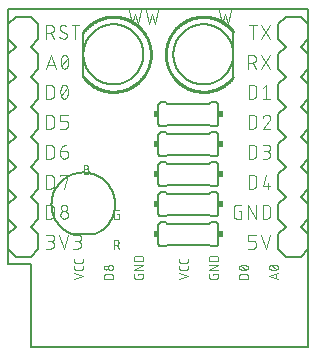
<source format=gbr>
G04 EAGLE Gerber RS-274X export*
G75*
%MOMM*%
%FSLAX34Y34*%
%LPD*%
%INSilkscreen Top*%
%IPPOS*%
%AMOC8*
5,1,8,0,0,1.08239X$1,22.5*%
G01*
%ADD10C,0.101600*%
%ADD11C,0.050800*%
%ADD12C,0.127000*%
%ADD13C,0.203200*%
%ADD14C,0.254000*%
%ADD15C,0.152400*%
%ADD16R,0.381000X0.508000*%


D10*
X318008Y939292D02*
X320604Y927608D01*
X323201Y935397D01*
X325797Y927608D01*
X328394Y939292D01*
X244404Y927608D02*
X241808Y939292D01*
X247001Y935397D02*
X244404Y927608D01*
X249597Y927608D02*
X247001Y935397D01*
X252194Y939292D02*
X249597Y927608D01*
X258882Y927608D02*
X256286Y939292D01*
X261479Y935397D02*
X258882Y927608D01*
X264075Y927608D02*
X261479Y935397D01*
X266672Y939292D02*
X264075Y927608D01*
D11*
X249513Y715687D02*
X249513Y714417D01*
X249513Y715687D02*
X253746Y715687D01*
X253746Y713147D01*
X253744Y713066D01*
X253738Y712986D01*
X253729Y712906D01*
X253715Y712827D01*
X253698Y712748D01*
X253677Y712670D01*
X253653Y712593D01*
X253625Y712518D01*
X253593Y712444D01*
X253558Y712371D01*
X253519Y712301D01*
X253477Y712232D01*
X253432Y712165D01*
X253384Y712100D01*
X253332Y712038D01*
X253278Y711979D01*
X253221Y711922D01*
X253162Y711868D01*
X253100Y711816D01*
X253035Y711768D01*
X252968Y711723D01*
X252900Y711681D01*
X252829Y711642D01*
X252756Y711607D01*
X252682Y711575D01*
X252607Y711547D01*
X252530Y711523D01*
X252452Y711502D01*
X252373Y711485D01*
X252294Y711471D01*
X252214Y711462D01*
X252134Y711456D01*
X252053Y711454D01*
X247819Y711454D01*
X247738Y711456D01*
X247658Y711462D01*
X247578Y711471D01*
X247499Y711485D01*
X247420Y711502D01*
X247342Y711523D01*
X247265Y711547D01*
X247190Y711575D01*
X247116Y711607D01*
X247043Y711642D01*
X246973Y711681D01*
X246904Y711723D01*
X246837Y711768D01*
X246772Y711816D01*
X246710Y711867D01*
X246651Y711922D01*
X246594Y711979D01*
X246540Y712038D01*
X246488Y712100D01*
X246440Y712165D01*
X246395Y712232D01*
X246353Y712300D01*
X246314Y712371D01*
X246279Y712444D01*
X246247Y712518D01*
X246219Y712593D01*
X246195Y712670D01*
X246174Y712748D01*
X246157Y712827D01*
X246143Y712906D01*
X246134Y712986D01*
X246128Y713066D01*
X246126Y713147D01*
X246126Y715687D01*
X246126Y719257D02*
X253746Y719257D01*
X253746Y723490D02*
X246126Y719257D01*
X246126Y723490D02*
X253746Y723490D01*
X253746Y727060D02*
X246126Y727060D01*
X246126Y729176D01*
X246128Y729266D01*
X246134Y729356D01*
X246143Y729445D01*
X246156Y729534D01*
X246174Y729622D01*
X246194Y729709D01*
X246219Y729796D01*
X246247Y729881D01*
X246279Y729965D01*
X246314Y730048D01*
X246353Y730129D01*
X246395Y730208D01*
X246440Y730286D01*
X246489Y730361D01*
X246541Y730435D01*
X246596Y730506D01*
X246654Y730575D01*
X246715Y730641D01*
X246778Y730704D01*
X246844Y730765D01*
X246913Y730823D01*
X246984Y730878D01*
X247058Y730930D01*
X247133Y730979D01*
X247211Y731024D01*
X247290Y731066D01*
X247371Y731105D01*
X247454Y731140D01*
X247538Y731172D01*
X247623Y731200D01*
X247710Y731225D01*
X247797Y731245D01*
X247885Y731263D01*
X247974Y731276D01*
X248063Y731285D01*
X248153Y731291D01*
X248243Y731293D01*
X251629Y731293D01*
X251719Y731291D01*
X251809Y731285D01*
X251898Y731276D01*
X251987Y731263D01*
X252075Y731245D01*
X252162Y731225D01*
X252249Y731200D01*
X252334Y731172D01*
X252418Y731140D01*
X252501Y731105D01*
X252582Y731066D01*
X252661Y731024D01*
X252739Y730979D01*
X252814Y730930D01*
X252888Y730878D01*
X252959Y730823D01*
X253028Y730765D01*
X253094Y730704D01*
X253157Y730641D01*
X253218Y730575D01*
X253276Y730506D01*
X253331Y730435D01*
X253383Y730361D01*
X253432Y730286D01*
X253477Y730208D01*
X253519Y730129D01*
X253558Y730048D01*
X253593Y729965D01*
X253625Y729881D01*
X253653Y729796D01*
X253678Y729709D01*
X253698Y729622D01*
X253716Y729534D01*
X253729Y729445D01*
X253738Y729356D01*
X253744Y729266D01*
X253746Y729176D01*
X253746Y727060D01*
X228346Y711454D02*
X220726Y711454D01*
X220726Y713571D01*
X220728Y713661D01*
X220734Y713751D01*
X220743Y713840D01*
X220756Y713929D01*
X220774Y714017D01*
X220794Y714104D01*
X220819Y714191D01*
X220847Y714276D01*
X220879Y714360D01*
X220914Y714443D01*
X220953Y714524D01*
X220995Y714603D01*
X221040Y714681D01*
X221089Y714756D01*
X221141Y714830D01*
X221196Y714901D01*
X221254Y714970D01*
X221315Y715036D01*
X221378Y715099D01*
X221444Y715160D01*
X221513Y715218D01*
X221584Y715273D01*
X221658Y715325D01*
X221733Y715374D01*
X221811Y715419D01*
X221890Y715461D01*
X221971Y715500D01*
X222054Y715535D01*
X222138Y715567D01*
X222223Y715595D01*
X222310Y715620D01*
X222397Y715640D01*
X222485Y715658D01*
X222574Y715671D01*
X222663Y715680D01*
X222753Y715686D01*
X222843Y715688D01*
X222843Y715687D02*
X226229Y715687D01*
X226229Y715688D02*
X226319Y715686D01*
X226409Y715680D01*
X226498Y715671D01*
X226587Y715658D01*
X226675Y715640D01*
X226762Y715620D01*
X226849Y715595D01*
X226934Y715567D01*
X227018Y715535D01*
X227101Y715500D01*
X227182Y715461D01*
X227261Y715419D01*
X227339Y715374D01*
X227414Y715325D01*
X227488Y715273D01*
X227559Y715218D01*
X227628Y715160D01*
X227694Y715099D01*
X227757Y715036D01*
X227818Y714970D01*
X227876Y714901D01*
X227931Y714830D01*
X227983Y714756D01*
X228032Y714681D01*
X228077Y714603D01*
X228119Y714524D01*
X228158Y714443D01*
X228193Y714360D01*
X228225Y714276D01*
X228253Y714191D01*
X228278Y714104D01*
X228298Y714017D01*
X228316Y713929D01*
X228329Y713840D01*
X228338Y713751D01*
X228344Y713661D01*
X228346Y713571D01*
X228346Y711454D01*
X226229Y719013D02*
X226138Y719015D01*
X226047Y719021D01*
X225956Y719031D01*
X225866Y719044D01*
X225777Y719062D01*
X225688Y719083D01*
X225601Y719108D01*
X225514Y719137D01*
X225429Y719170D01*
X225346Y719206D01*
X225264Y719246D01*
X225184Y719289D01*
X225105Y719336D01*
X225029Y719386D01*
X224955Y719439D01*
X224884Y719495D01*
X224815Y719555D01*
X224748Y719617D01*
X224685Y719682D01*
X224624Y719750D01*
X224566Y719820D01*
X224511Y719893D01*
X224459Y719968D01*
X224411Y720045D01*
X224366Y720125D01*
X224324Y720206D01*
X224286Y720288D01*
X224252Y720373D01*
X224221Y720459D01*
X224194Y720546D01*
X224171Y720634D01*
X224152Y720723D01*
X224136Y720812D01*
X224124Y720903D01*
X224116Y720993D01*
X224112Y721084D01*
X224112Y721176D01*
X224116Y721267D01*
X224124Y721357D01*
X224136Y721448D01*
X224152Y721537D01*
X224171Y721626D01*
X224194Y721714D01*
X224221Y721801D01*
X224252Y721887D01*
X224286Y721972D01*
X224324Y722054D01*
X224366Y722135D01*
X224411Y722215D01*
X224459Y722292D01*
X224511Y722367D01*
X224566Y722440D01*
X224624Y722510D01*
X224685Y722578D01*
X224748Y722643D01*
X224815Y722705D01*
X224884Y722765D01*
X224955Y722821D01*
X225029Y722874D01*
X225105Y722924D01*
X225184Y722971D01*
X225264Y723014D01*
X225346Y723054D01*
X225429Y723090D01*
X225514Y723123D01*
X225601Y723152D01*
X225688Y723177D01*
X225777Y723198D01*
X225866Y723216D01*
X225956Y723229D01*
X226047Y723239D01*
X226138Y723245D01*
X226229Y723247D01*
X226320Y723245D01*
X226411Y723239D01*
X226502Y723229D01*
X226592Y723216D01*
X226681Y723198D01*
X226770Y723177D01*
X226857Y723152D01*
X226944Y723123D01*
X227029Y723090D01*
X227112Y723054D01*
X227194Y723014D01*
X227274Y722971D01*
X227353Y722924D01*
X227429Y722874D01*
X227503Y722821D01*
X227574Y722765D01*
X227643Y722705D01*
X227710Y722643D01*
X227773Y722578D01*
X227834Y722510D01*
X227892Y722440D01*
X227947Y722367D01*
X227999Y722292D01*
X228047Y722215D01*
X228092Y722135D01*
X228134Y722054D01*
X228172Y721972D01*
X228206Y721887D01*
X228237Y721801D01*
X228264Y721714D01*
X228287Y721626D01*
X228306Y721537D01*
X228322Y721448D01*
X228334Y721357D01*
X228342Y721267D01*
X228346Y721176D01*
X228346Y721084D01*
X228342Y720993D01*
X228334Y720903D01*
X228322Y720812D01*
X228306Y720723D01*
X228287Y720634D01*
X228264Y720546D01*
X228237Y720459D01*
X228206Y720373D01*
X228172Y720288D01*
X228134Y720206D01*
X228092Y720125D01*
X228047Y720045D01*
X227999Y719968D01*
X227947Y719893D01*
X227892Y719820D01*
X227834Y719750D01*
X227773Y719682D01*
X227710Y719617D01*
X227643Y719555D01*
X227574Y719495D01*
X227503Y719439D01*
X227429Y719386D01*
X227353Y719336D01*
X227274Y719289D01*
X227194Y719246D01*
X227112Y719206D01*
X227029Y719170D01*
X226944Y719137D01*
X226857Y719108D01*
X226770Y719083D01*
X226681Y719062D01*
X226592Y719044D01*
X226502Y719031D01*
X226411Y719021D01*
X226320Y719015D01*
X226229Y719013D01*
X222419Y719437D02*
X222338Y719439D01*
X222258Y719445D01*
X222178Y719454D01*
X222099Y719468D01*
X222020Y719485D01*
X221942Y719506D01*
X221865Y719530D01*
X221790Y719558D01*
X221716Y719590D01*
X221643Y719625D01*
X221573Y719664D01*
X221504Y719706D01*
X221437Y719751D01*
X221372Y719799D01*
X221310Y719851D01*
X221251Y719905D01*
X221194Y719962D01*
X221140Y720021D01*
X221088Y720083D01*
X221040Y720148D01*
X220995Y720215D01*
X220953Y720284D01*
X220914Y720354D01*
X220879Y720427D01*
X220847Y720501D01*
X220819Y720576D01*
X220795Y720653D01*
X220774Y720731D01*
X220757Y720810D01*
X220743Y720889D01*
X220734Y720969D01*
X220728Y721049D01*
X220726Y721130D01*
X220728Y721211D01*
X220734Y721291D01*
X220743Y721371D01*
X220757Y721450D01*
X220774Y721529D01*
X220795Y721607D01*
X220819Y721684D01*
X220847Y721759D01*
X220879Y721833D01*
X220914Y721906D01*
X220953Y721977D01*
X220995Y722045D01*
X221040Y722112D01*
X221088Y722177D01*
X221140Y722239D01*
X221194Y722298D01*
X221251Y722355D01*
X221310Y722409D01*
X221372Y722461D01*
X221437Y722509D01*
X221504Y722554D01*
X221573Y722596D01*
X221643Y722635D01*
X221716Y722670D01*
X221790Y722702D01*
X221865Y722730D01*
X221942Y722754D01*
X222020Y722775D01*
X222099Y722792D01*
X222178Y722806D01*
X222258Y722815D01*
X222338Y722821D01*
X222419Y722823D01*
X222500Y722821D01*
X222580Y722815D01*
X222660Y722806D01*
X222739Y722792D01*
X222818Y722775D01*
X222896Y722754D01*
X222973Y722730D01*
X223048Y722702D01*
X223122Y722670D01*
X223195Y722635D01*
X223265Y722596D01*
X223334Y722554D01*
X223401Y722509D01*
X223466Y722461D01*
X223528Y722409D01*
X223587Y722355D01*
X223644Y722298D01*
X223698Y722239D01*
X223750Y722177D01*
X223798Y722112D01*
X223843Y722045D01*
X223885Y721977D01*
X223924Y721906D01*
X223959Y721833D01*
X223991Y721759D01*
X224019Y721684D01*
X224043Y721607D01*
X224064Y721529D01*
X224081Y721450D01*
X224095Y721371D01*
X224104Y721291D01*
X224110Y721211D01*
X224112Y721130D01*
X224110Y721049D01*
X224104Y720969D01*
X224095Y720889D01*
X224081Y720810D01*
X224064Y720731D01*
X224043Y720653D01*
X224019Y720576D01*
X223991Y720501D01*
X223959Y720427D01*
X223924Y720354D01*
X223885Y720284D01*
X223843Y720215D01*
X223798Y720148D01*
X223750Y720083D01*
X223698Y720021D01*
X223644Y719962D01*
X223587Y719905D01*
X223528Y719851D01*
X223466Y719799D01*
X223401Y719751D01*
X223334Y719706D01*
X223266Y719664D01*
X223195Y719625D01*
X223122Y719590D01*
X223048Y719558D01*
X222973Y719530D01*
X222896Y719506D01*
X222818Y719485D01*
X222739Y719468D01*
X222660Y719454D01*
X222580Y719445D01*
X222500Y719439D01*
X222419Y719437D01*
X202946Y713994D02*
X195326Y711454D01*
X195326Y716534D02*
X202946Y713994D01*
X202946Y720867D02*
X202946Y722560D01*
X202946Y720867D02*
X202944Y720786D01*
X202938Y720706D01*
X202929Y720626D01*
X202915Y720547D01*
X202898Y720468D01*
X202877Y720390D01*
X202853Y720313D01*
X202825Y720238D01*
X202793Y720164D01*
X202758Y720091D01*
X202719Y720021D01*
X202677Y719952D01*
X202632Y719885D01*
X202584Y719820D01*
X202532Y719758D01*
X202478Y719699D01*
X202421Y719642D01*
X202362Y719588D01*
X202300Y719536D01*
X202235Y719488D01*
X202168Y719443D01*
X202100Y719401D01*
X202029Y719362D01*
X201956Y719327D01*
X201882Y719295D01*
X201807Y719267D01*
X201730Y719243D01*
X201652Y719222D01*
X201573Y719205D01*
X201494Y719191D01*
X201414Y719182D01*
X201334Y719176D01*
X201253Y719174D01*
X197019Y719174D01*
X196938Y719176D01*
X196858Y719182D01*
X196778Y719191D01*
X196699Y719205D01*
X196620Y719222D01*
X196542Y719243D01*
X196465Y719267D01*
X196390Y719295D01*
X196316Y719327D01*
X196243Y719362D01*
X196173Y719401D01*
X196104Y719443D01*
X196037Y719488D01*
X195972Y719536D01*
X195910Y719587D01*
X195851Y719642D01*
X195794Y719699D01*
X195740Y719758D01*
X195688Y719820D01*
X195640Y719885D01*
X195595Y719952D01*
X195553Y720020D01*
X195514Y720091D01*
X195479Y720164D01*
X195447Y720238D01*
X195419Y720313D01*
X195395Y720390D01*
X195374Y720468D01*
X195357Y720547D01*
X195343Y720626D01*
X195334Y720706D01*
X195328Y720786D01*
X195326Y720867D01*
X195326Y722560D01*
X202946Y726963D02*
X202946Y728656D01*
X202946Y726963D02*
X202944Y726882D01*
X202938Y726802D01*
X202929Y726722D01*
X202915Y726643D01*
X202898Y726564D01*
X202877Y726486D01*
X202853Y726409D01*
X202825Y726334D01*
X202793Y726260D01*
X202758Y726187D01*
X202719Y726117D01*
X202677Y726048D01*
X202632Y725981D01*
X202584Y725916D01*
X202532Y725854D01*
X202478Y725795D01*
X202421Y725738D01*
X202362Y725684D01*
X202300Y725632D01*
X202235Y725584D01*
X202168Y725539D01*
X202100Y725497D01*
X202029Y725458D01*
X201956Y725423D01*
X201882Y725391D01*
X201807Y725363D01*
X201730Y725339D01*
X201652Y725318D01*
X201573Y725301D01*
X201494Y725287D01*
X201414Y725278D01*
X201334Y725272D01*
X201253Y725270D01*
X197019Y725270D01*
X196938Y725272D01*
X196858Y725278D01*
X196778Y725287D01*
X196699Y725301D01*
X196620Y725318D01*
X196542Y725339D01*
X196465Y725363D01*
X196390Y725391D01*
X196316Y725423D01*
X196243Y725458D01*
X196173Y725497D01*
X196104Y725539D01*
X196037Y725584D01*
X195972Y725632D01*
X195910Y725683D01*
X195851Y725738D01*
X195794Y725795D01*
X195740Y725854D01*
X195688Y725916D01*
X195640Y725981D01*
X195595Y726048D01*
X195553Y726116D01*
X195514Y726187D01*
X195479Y726260D01*
X195447Y726334D01*
X195419Y726409D01*
X195395Y726486D01*
X195374Y726564D01*
X195357Y726643D01*
X195343Y726722D01*
X195334Y726802D01*
X195328Y726882D01*
X195326Y726963D01*
X195326Y728656D01*
X284226Y711454D02*
X291846Y713994D01*
X284226Y716534D01*
X291846Y720867D02*
X291846Y722560D01*
X291846Y720867D02*
X291844Y720786D01*
X291838Y720706D01*
X291829Y720626D01*
X291815Y720547D01*
X291798Y720468D01*
X291777Y720390D01*
X291753Y720313D01*
X291725Y720238D01*
X291693Y720164D01*
X291658Y720091D01*
X291619Y720021D01*
X291577Y719952D01*
X291532Y719885D01*
X291484Y719820D01*
X291432Y719758D01*
X291378Y719699D01*
X291321Y719642D01*
X291262Y719588D01*
X291200Y719536D01*
X291135Y719488D01*
X291068Y719443D01*
X291000Y719401D01*
X290929Y719362D01*
X290856Y719327D01*
X290782Y719295D01*
X290707Y719267D01*
X290630Y719243D01*
X290552Y719222D01*
X290473Y719205D01*
X290394Y719191D01*
X290314Y719182D01*
X290234Y719176D01*
X290153Y719174D01*
X285919Y719174D01*
X285838Y719176D01*
X285758Y719182D01*
X285678Y719191D01*
X285599Y719205D01*
X285520Y719222D01*
X285442Y719243D01*
X285365Y719267D01*
X285290Y719295D01*
X285216Y719327D01*
X285143Y719362D01*
X285073Y719401D01*
X285004Y719443D01*
X284937Y719488D01*
X284872Y719536D01*
X284810Y719587D01*
X284751Y719642D01*
X284694Y719699D01*
X284640Y719758D01*
X284588Y719820D01*
X284540Y719885D01*
X284495Y719952D01*
X284453Y720020D01*
X284414Y720091D01*
X284379Y720164D01*
X284347Y720238D01*
X284319Y720313D01*
X284295Y720390D01*
X284274Y720468D01*
X284257Y720547D01*
X284243Y720626D01*
X284234Y720706D01*
X284228Y720786D01*
X284226Y720867D01*
X284226Y722560D01*
X291846Y726963D02*
X291846Y728656D01*
X291846Y726963D02*
X291844Y726882D01*
X291838Y726802D01*
X291829Y726722D01*
X291815Y726643D01*
X291798Y726564D01*
X291777Y726486D01*
X291753Y726409D01*
X291725Y726334D01*
X291693Y726260D01*
X291658Y726187D01*
X291619Y726117D01*
X291577Y726048D01*
X291532Y725981D01*
X291484Y725916D01*
X291432Y725854D01*
X291378Y725795D01*
X291321Y725738D01*
X291262Y725684D01*
X291200Y725632D01*
X291135Y725584D01*
X291068Y725539D01*
X291000Y725497D01*
X290929Y725458D01*
X290856Y725423D01*
X290782Y725391D01*
X290707Y725363D01*
X290630Y725339D01*
X290552Y725318D01*
X290473Y725301D01*
X290394Y725287D01*
X290314Y725278D01*
X290234Y725272D01*
X290153Y725270D01*
X285919Y725270D01*
X285838Y725272D01*
X285758Y725278D01*
X285678Y725287D01*
X285599Y725301D01*
X285520Y725318D01*
X285442Y725339D01*
X285365Y725363D01*
X285290Y725391D01*
X285216Y725423D01*
X285143Y725458D01*
X285073Y725497D01*
X285004Y725539D01*
X284937Y725584D01*
X284872Y725632D01*
X284810Y725683D01*
X284751Y725738D01*
X284694Y725795D01*
X284640Y725854D01*
X284588Y725916D01*
X284540Y725981D01*
X284495Y726048D01*
X284453Y726116D01*
X284414Y726187D01*
X284379Y726260D01*
X284347Y726334D01*
X284319Y726409D01*
X284295Y726486D01*
X284274Y726564D01*
X284257Y726643D01*
X284243Y726722D01*
X284234Y726802D01*
X284228Y726882D01*
X284226Y726963D01*
X284226Y728656D01*
X313013Y715687D02*
X313013Y714417D01*
X313013Y715687D02*
X317246Y715687D01*
X317246Y713147D01*
X317244Y713066D01*
X317238Y712986D01*
X317229Y712906D01*
X317215Y712827D01*
X317198Y712748D01*
X317177Y712670D01*
X317153Y712593D01*
X317125Y712518D01*
X317093Y712444D01*
X317058Y712371D01*
X317019Y712301D01*
X316977Y712232D01*
X316932Y712165D01*
X316884Y712100D01*
X316832Y712038D01*
X316778Y711979D01*
X316721Y711922D01*
X316662Y711868D01*
X316600Y711816D01*
X316535Y711768D01*
X316468Y711723D01*
X316400Y711681D01*
X316329Y711642D01*
X316256Y711607D01*
X316182Y711575D01*
X316107Y711547D01*
X316030Y711523D01*
X315952Y711502D01*
X315873Y711485D01*
X315794Y711471D01*
X315714Y711462D01*
X315634Y711456D01*
X315553Y711454D01*
X311319Y711454D01*
X311238Y711456D01*
X311158Y711462D01*
X311078Y711471D01*
X310999Y711485D01*
X310920Y711502D01*
X310842Y711523D01*
X310765Y711547D01*
X310690Y711575D01*
X310616Y711607D01*
X310543Y711642D01*
X310473Y711681D01*
X310404Y711723D01*
X310337Y711768D01*
X310272Y711816D01*
X310210Y711867D01*
X310151Y711922D01*
X310094Y711979D01*
X310040Y712038D01*
X309988Y712100D01*
X309940Y712165D01*
X309895Y712232D01*
X309853Y712300D01*
X309814Y712371D01*
X309779Y712444D01*
X309747Y712518D01*
X309719Y712593D01*
X309695Y712670D01*
X309674Y712748D01*
X309657Y712827D01*
X309643Y712906D01*
X309634Y712986D01*
X309628Y713066D01*
X309626Y713147D01*
X309626Y715687D01*
X309626Y719257D02*
X317246Y719257D01*
X317246Y723490D02*
X309626Y719257D01*
X309626Y723490D02*
X317246Y723490D01*
X317246Y727060D02*
X309626Y727060D01*
X309626Y729176D01*
X309628Y729266D01*
X309634Y729356D01*
X309643Y729445D01*
X309656Y729534D01*
X309674Y729622D01*
X309694Y729709D01*
X309719Y729796D01*
X309747Y729881D01*
X309779Y729965D01*
X309814Y730048D01*
X309853Y730129D01*
X309895Y730208D01*
X309940Y730286D01*
X309989Y730361D01*
X310041Y730435D01*
X310096Y730506D01*
X310154Y730575D01*
X310215Y730641D01*
X310278Y730704D01*
X310344Y730765D01*
X310413Y730823D01*
X310484Y730878D01*
X310558Y730930D01*
X310633Y730979D01*
X310711Y731024D01*
X310790Y731066D01*
X310871Y731105D01*
X310954Y731140D01*
X311038Y731172D01*
X311123Y731200D01*
X311210Y731225D01*
X311297Y731245D01*
X311385Y731263D01*
X311474Y731276D01*
X311563Y731285D01*
X311653Y731291D01*
X311743Y731293D01*
X315129Y731293D01*
X315219Y731291D01*
X315309Y731285D01*
X315398Y731276D01*
X315487Y731263D01*
X315575Y731245D01*
X315662Y731225D01*
X315749Y731200D01*
X315834Y731172D01*
X315918Y731140D01*
X316001Y731105D01*
X316082Y731066D01*
X316161Y731024D01*
X316239Y730979D01*
X316314Y730930D01*
X316388Y730878D01*
X316459Y730823D01*
X316528Y730765D01*
X316594Y730704D01*
X316657Y730641D01*
X316718Y730575D01*
X316776Y730506D01*
X316831Y730435D01*
X316883Y730361D01*
X316932Y730286D01*
X316977Y730208D01*
X317019Y730129D01*
X317058Y730048D01*
X317093Y729965D01*
X317125Y729881D01*
X317153Y729796D01*
X317178Y729709D01*
X317198Y729622D01*
X317216Y729534D01*
X317229Y729445D01*
X317238Y729356D01*
X317244Y729266D01*
X317246Y729176D01*
X317246Y727060D01*
X335026Y711454D02*
X342646Y711454D01*
X335026Y711454D02*
X335026Y713571D01*
X335028Y713661D01*
X335034Y713751D01*
X335043Y713840D01*
X335056Y713929D01*
X335074Y714017D01*
X335094Y714104D01*
X335119Y714191D01*
X335147Y714276D01*
X335179Y714360D01*
X335214Y714443D01*
X335253Y714524D01*
X335295Y714603D01*
X335340Y714681D01*
X335389Y714756D01*
X335441Y714830D01*
X335496Y714901D01*
X335554Y714970D01*
X335615Y715036D01*
X335678Y715099D01*
X335744Y715160D01*
X335813Y715218D01*
X335884Y715273D01*
X335958Y715325D01*
X336033Y715374D01*
X336111Y715419D01*
X336190Y715461D01*
X336271Y715500D01*
X336354Y715535D01*
X336438Y715567D01*
X336523Y715595D01*
X336610Y715620D01*
X336697Y715640D01*
X336785Y715658D01*
X336874Y715671D01*
X336963Y715680D01*
X337053Y715686D01*
X337143Y715688D01*
X337143Y715687D02*
X340529Y715687D01*
X340529Y715688D02*
X340619Y715686D01*
X340709Y715680D01*
X340798Y715671D01*
X340887Y715658D01*
X340975Y715640D01*
X341062Y715620D01*
X341149Y715595D01*
X341234Y715567D01*
X341318Y715535D01*
X341401Y715500D01*
X341482Y715461D01*
X341561Y715419D01*
X341639Y715374D01*
X341714Y715325D01*
X341788Y715273D01*
X341859Y715218D01*
X341928Y715160D01*
X341994Y715099D01*
X342057Y715036D01*
X342118Y714970D01*
X342176Y714901D01*
X342231Y714830D01*
X342283Y714756D01*
X342332Y714681D01*
X342377Y714603D01*
X342419Y714524D01*
X342458Y714443D01*
X342493Y714360D01*
X342525Y714276D01*
X342553Y714191D01*
X342578Y714104D01*
X342598Y714017D01*
X342616Y713929D01*
X342629Y713840D01*
X342638Y713751D01*
X342644Y713661D01*
X342646Y713571D01*
X342646Y711454D01*
X338836Y719014D02*
X338678Y719016D01*
X338520Y719022D01*
X338362Y719032D01*
X338204Y719046D01*
X338047Y719064D01*
X337890Y719086D01*
X337734Y719111D01*
X337579Y719141D01*
X337424Y719175D01*
X337270Y719212D01*
X337118Y719254D01*
X336966Y719299D01*
X336816Y719348D01*
X336666Y719401D01*
X336519Y719457D01*
X336372Y719518D01*
X336228Y719581D01*
X336085Y719649D01*
X336084Y719649D02*
X336011Y719676D01*
X335940Y719706D01*
X335870Y719740D01*
X335802Y719778D01*
X335736Y719819D01*
X335672Y719863D01*
X335610Y719910D01*
X335551Y719960D01*
X335494Y720013D01*
X335440Y720069D01*
X335389Y720128D01*
X335341Y720188D01*
X335296Y720252D01*
X335254Y720317D01*
X335215Y720384D01*
X335180Y720454D01*
X335148Y720525D01*
X335120Y720597D01*
X335095Y720671D01*
X335074Y720745D01*
X335057Y720821D01*
X335043Y720898D01*
X335034Y720975D01*
X335028Y721052D01*
X335026Y721130D01*
X335028Y721208D01*
X335034Y721285D01*
X335043Y721362D01*
X335057Y721439D01*
X335074Y721515D01*
X335095Y721589D01*
X335120Y721663D01*
X335148Y721735D01*
X335180Y721806D01*
X335215Y721876D01*
X335254Y721943D01*
X335296Y722008D01*
X335341Y722072D01*
X335389Y722132D01*
X335440Y722191D01*
X335494Y722247D01*
X335551Y722300D01*
X335610Y722350D01*
X335672Y722397D01*
X335736Y722441D01*
X335802Y722482D01*
X335870Y722520D01*
X335940Y722554D01*
X336011Y722584D01*
X336084Y722611D01*
X336085Y722611D02*
X336228Y722679D01*
X336372Y722742D01*
X336519Y722803D01*
X336666Y722859D01*
X336816Y722912D01*
X336966Y722961D01*
X337118Y723006D01*
X337270Y723048D01*
X337424Y723085D01*
X337579Y723119D01*
X337734Y723149D01*
X337890Y723174D01*
X338047Y723196D01*
X338204Y723214D01*
X338362Y723228D01*
X338520Y723238D01*
X338678Y723244D01*
X338836Y723246D01*
X338836Y719013D02*
X338994Y719015D01*
X339152Y719021D01*
X339310Y719031D01*
X339468Y719045D01*
X339625Y719063D01*
X339782Y719085D01*
X339938Y719110D01*
X340093Y719140D01*
X340248Y719174D01*
X340402Y719211D01*
X340555Y719253D01*
X340706Y719298D01*
X340857Y719347D01*
X341006Y719400D01*
X341154Y719456D01*
X341300Y719517D01*
X341445Y719581D01*
X341588Y719648D01*
X341588Y719649D02*
X341661Y719676D01*
X341732Y719706D01*
X341802Y719740D01*
X341870Y719778D01*
X341936Y719819D01*
X342000Y719863D01*
X342062Y719910D01*
X342121Y719960D01*
X342178Y720013D01*
X342232Y720069D01*
X342283Y720128D01*
X342331Y720188D01*
X342377Y720252D01*
X342418Y720317D01*
X342457Y720384D01*
X342492Y720454D01*
X342524Y720525D01*
X342552Y720597D01*
X342577Y720671D01*
X342598Y720745D01*
X342615Y720821D01*
X342629Y720898D01*
X342638Y720975D01*
X342644Y721052D01*
X342646Y721130D01*
X341588Y722612D02*
X341445Y722679D01*
X341300Y722743D01*
X341154Y722804D01*
X341006Y722860D01*
X340857Y722913D01*
X340706Y722962D01*
X340555Y723007D01*
X340402Y723049D01*
X340248Y723086D01*
X340093Y723120D01*
X339938Y723150D01*
X339782Y723175D01*
X339625Y723197D01*
X339468Y723215D01*
X339310Y723229D01*
X339152Y723239D01*
X338994Y723245D01*
X338836Y723247D01*
X341588Y722611D02*
X341661Y722584D01*
X341732Y722554D01*
X341802Y722520D01*
X341870Y722482D01*
X341936Y722441D01*
X342000Y722397D01*
X342062Y722350D01*
X342121Y722300D01*
X342178Y722247D01*
X342232Y722191D01*
X342283Y722132D01*
X342331Y722072D01*
X342376Y722008D01*
X342418Y721943D01*
X342457Y721876D01*
X342492Y721806D01*
X342524Y721735D01*
X342552Y721663D01*
X342577Y721589D01*
X342598Y721515D01*
X342615Y721439D01*
X342629Y721362D01*
X342638Y721285D01*
X342644Y721208D01*
X342646Y721130D01*
X340953Y719436D02*
X336719Y722823D01*
X360426Y713994D02*
X368046Y711454D01*
X368046Y716534D02*
X360426Y713994D01*
X366141Y715899D02*
X366141Y712089D01*
X364236Y719193D02*
X364078Y719195D01*
X363920Y719201D01*
X363762Y719211D01*
X363604Y719225D01*
X363447Y719243D01*
X363290Y719265D01*
X363134Y719290D01*
X362979Y719320D01*
X362824Y719354D01*
X362670Y719391D01*
X362518Y719433D01*
X362366Y719478D01*
X362216Y719527D01*
X362066Y719580D01*
X361919Y719636D01*
X361772Y719697D01*
X361628Y719760D01*
X361485Y719828D01*
X361484Y719828D02*
X361411Y719855D01*
X361340Y719885D01*
X361270Y719919D01*
X361202Y719957D01*
X361136Y719998D01*
X361072Y720042D01*
X361010Y720089D01*
X360951Y720139D01*
X360894Y720192D01*
X360840Y720248D01*
X360789Y720307D01*
X360741Y720367D01*
X360696Y720431D01*
X360654Y720496D01*
X360615Y720563D01*
X360580Y720633D01*
X360548Y720704D01*
X360520Y720776D01*
X360495Y720850D01*
X360474Y720924D01*
X360457Y721000D01*
X360443Y721077D01*
X360434Y721154D01*
X360428Y721231D01*
X360426Y721309D01*
X360428Y721387D01*
X360434Y721464D01*
X360443Y721541D01*
X360457Y721618D01*
X360474Y721694D01*
X360495Y721768D01*
X360520Y721842D01*
X360548Y721914D01*
X360580Y721985D01*
X360615Y722055D01*
X360654Y722122D01*
X360696Y722187D01*
X360741Y722251D01*
X360789Y722311D01*
X360840Y722370D01*
X360894Y722426D01*
X360951Y722479D01*
X361010Y722529D01*
X361072Y722576D01*
X361136Y722620D01*
X361202Y722661D01*
X361270Y722699D01*
X361340Y722733D01*
X361411Y722763D01*
X361484Y722790D01*
X361485Y722790D02*
X361628Y722858D01*
X361772Y722921D01*
X361919Y722982D01*
X362066Y723038D01*
X362216Y723091D01*
X362366Y723140D01*
X362518Y723185D01*
X362670Y723227D01*
X362824Y723264D01*
X362979Y723298D01*
X363134Y723328D01*
X363290Y723353D01*
X363447Y723375D01*
X363604Y723393D01*
X363762Y723407D01*
X363920Y723417D01*
X364078Y723423D01*
X364236Y723425D01*
X364236Y719192D02*
X364394Y719194D01*
X364552Y719200D01*
X364710Y719210D01*
X364868Y719224D01*
X365025Y719242D01*
X365182Y719264D01*
X365338Y719289D01*
X365493Y719319D01*
X365648Y719353D01*
X365802Y719390D01*
X365955Y719432D01*
X366106Y719477D01*
X366257Y719526D01*
X366406Y719579D01*
X366554Y719635D01*
X366700Y719696D01*
X366845Y719760D01*
X366988Y719827D01*
X366988Y719828D02*
X367061Y719855D01*
X367132Y719885D01*
X367202Y719919D01*
X367270Y719957D01*
X367336Y719998D01*
X367400Y720042D01*
X367462Y720089D01*
X367521Y720139D01*
X367578Y720192D01*
X367632Y720248D01*
X367683Y720307D01*
X367731Y720367D01*
X367777Y720431D01*
X367818Y720496D01*
X367857Y720563D01*
X367892Y720633D01*
X367924Y720704D01*
X367952Y720776D01*
X367977Y720850D01*
X367998Y720924D01*
X368015Y721000D01*
X368029Y721077D01*
X368038Y721154D01*
X368044Y721231D01*
X368046Y721309D01*
X366988Y722791D02*
X366845Y722858D01*
X366700Y722922D01*
X366554Y722983D01*
X366406Y723039D01*
X366257Y723092D01*
X366106Y723141D01*
X365955Y723186D01*
X365802Y723228D01*
X365648Y723265D01*
X365493Y723299D01*
X365338Y723329D01*
X365182Y723354D01*
X365025Y723376D01*
X364868Y723394D01*
X364710Y723408D01*
X364552Y723418D01*
X364394Y723424D01*
X364236Y723426D01*
X366988Y722790D02*
X367061Y722763D01*
X367132Y722733D01*
X367202Y722699D01*
X367270Y722661D01*
X367336Y722620D01*
X367400Y722576D01*
X367462Y722529D01*
X367521Y722479D01*
X367578Y722426D01*
X367632Y722370D01*
X367683Y722311D01*
X367731Y722251D01*
X367776Y722187D01*
X367818Y722122D01*
X367857Y722055D01*
X367892Y721985D01*
X367924Y721914D01*
X367952Y721842D01*
X367977Y721768D01*
X367998Y721694D01*
X368015Y721618D01*
X368029Y721541D01*
X368038Y721464D01*
X368044Y721387D01*
X368046Y721309D01*
X366353Y719616D02*
X362119Y723003D01*
X228854Y736854D02*
X228854Y744474D01*
X230971Y744474D01*
X231062Y744472D01*
X231153Y744466D01*
X231244Y744456D01*
X231334Y744443D01*
X231423Y744425D01*
X231512Y744404D01*
X231599Y744379D01*
X231686Y744350D01*
X231771Y744317D01*
X231854Y744281D01*
X231936Y744241D01*
X232016Y744198D01*
X232095Y744151D01*
X232171Y744101D01*
X232245Y744048D01*
X232316Y743992D01*
X232385Y743932D01*
X232452Y743870D01*
X232515Y743805D01*
X232576Y743737D01*
X232634Y743667D01*
X232689Y743594D01*
X232741Y743519D01*
X232789Y743442D01*
X232834Y743362D01*
X232876Y743281D01*
X232914Y743199D01*
X232948Y743114D01*
X232979Y743028D01*
X233006Y742941D01*
X233029Y742853D01*
X233048Y742764D01*
X233064Y742675D01*
X233076Y742584D01*
X233084Y742494D01*
X233088Y742403D01*
X233088Y742311D01*
X233084Y742220D01*
X233076Y742130D01*
X233064Y742039D01*
X233048Y741950D01*
X233029Y741861D01*
X233006Y741773D01*
X232979Y741686D01*
X232948Y741600D01*
X232914Y741515D01*
X232876Y741433D01*
X232834Y741352D01*
X232789Y741272D01*
X232741Y741195D01*
X232689Y741120D01*
X232634Y741047D01*
X232576Y740977D01*
X232515Y740909D01*
X232452Y740844D01*
X232385Y740782D01*
X232316Y740722D01*
X232245Y740666D01*
X232171Y740613D01*
X232095Y740563D01*
X232016Y740516D01*
X231936Y740473D01*
X231854Y740433D01*
X231771Y740397D01*
X231686Y740364D01*
X231599Y740335D01*
X231512Y740310D01*
X231423Y740289D01*
X231334Y740271D01*
X231244Y740258D01*
X231153Y740248D01*
X231062Y740242D01*
X230971Y740240D01*
X230971Y740241D02*
X228854Y740241D01*
X231394Y740241D02*
X233087Y736854D01*
X233087Y766487D02*
X231817Y766487D01*
X233087Y766487D02*
X233087Y762254D01*
X230547Y762254D01*
X230466Y762256D01*
X230386Y762262D01*
X230306Y762271D01*
X230227Y762285D01*
X230148Y762302D01*
X230070Y762323D01*
X229993Y762347D01*
X229918Y762375D01*
X229844Y762407D01*
X229771Y762442D01*
X229701Y762481D01*
X229632Y762523D01*
X229565Y762568D01*
X229500Y762616D01*
X229438Y762668D01*
X229379Y762722D01*
X229322Y762779D01*
X229268Y762838D01*
X229216Y762900D01*
X229168Y762965D01*
X229123Y763032D01*
X229081Y763101D01*
X229042Y763171D01*
X229007Y763244D01*
X228975Y763318D01*
X228947Y763393D01*
X228923Y763470D01*
X228902Y763548D01*
X228885Y763627D01*
X228871Y763706D01*
X228862Y763786D01*
X228856Y763866D01*
X228854Y763947D01*
X228854Y768181D01*
X228856Y768262D01*
X228862Y768342D01*
X228871Y768422D01*
X228885Y768501D01*
X228902Y768580D01*
X228923Y768658D01*
X228947Y768735D01*
X228975Y768810D01*
X229007Y768884D01*
X229042Y768957D01*
X229081Y769027D01*
X229123Y769096D01*
X229168Y769163D01*
X229216Y769228D01*
X229268Y769290D01*
X229322Y769349D01*
X229379Y769406D01*
X229438Y769460D01*
X229500Y769512D01*
X229565Y769560D01*
X229632Y769605D01*
X229700Y769647D01*
X229771Y769686D01*
X229844Y769721D01*
X229918Y769753D01*
X229993Y769781D01*
X230070Y769805D01*
X230148Y769826D01*
X230227Y769843D01*
X230306Y769857D01*
X230386Y769866D01*
X230466Y769872D01*
X230547Y769874D01*
X233087Y769874D01*
X205571Y804587D02*
X203454Y804587D01*
X205571Y804588D02*
X205662Y804586D01*
X205753Y804580D01*
X205844Y804570D01*
X205934Y804557D01*
X206023Y804539D01*
X206112Y804518D01*
X206199Y804493D01*
X206286Y804464D01*
X206371Y804431D01*
X206454Y804395D01*
X206536Y804355D01*
X206616Y804312D01*
X206695Y804265D01*
X206771Y804215D01*
X206845Y804162D01*
X206916Y804106D01*
X206985Y804046D01*
X207052Y803984D01*
X207115Y803919D01*
X207176Y803851D01*
X207234Y803781D01*
X207289Y803708D01*
X207341Y803633D01*
X207389Y803556D01*
X207434Y803476D01*
X207476Y803395D01*
X207514Y803313D01*
X207548Y803228D01*
X207579Y803142D01*
X207606Y803055D01*
X207629Y802967D01*
X207648Y802878D01*
X207664Y802789D01*
X207676Y802698D01*
X207684Y802608D01*
X207688Y802517D01*
X207688Y802425D01*
X207684Y802334D01*
X207676Y802244D01*
X207664Y802153D01*
X207648Y802064D01*
X207629Y801975D01*
X207606Y801887D01*
X207579Y801800D01*
X207548Y801714D01*
X207514Y801629D01*
X207476Y801547D01*
X207434Y801466D01*
X207389Y801386D01*
X207341Y801309D01*
X207289Y801234D01*
X207234Y801161D01*
X207176Y801091D01*
X207115Y801023D01*
X207052Y800958D01*
X206985Y800896D01*
X206916Y800836D01*
X206845Y800780D01*
X206771Y800727D01*
X206695Y800677D01*
X206616Y800630D01*
X206536Y800587D01*
X206454Y800547D01*
X206371Y800511D01*
X206286Y800478D01*
X206199Y800449D01*
X206112Y800424D01*
X206023Y800403D01*
X205934Y800385D01*
X205844Y800372D01*
X205753Y800362D01*
X205662Y800356D01*
X205571Y800354D01*
X203454Y800354D01*
X203454Y807974D01*
X205571Y807974D01*
X205652Y807972D01*
X205732Y807966D01*
X205812Y807957D01*
X205891Y807943D01*
X205970Y807926D01*
X206048Y807905D01*
X206125Y807881D01*
X206200Y807853D01*
X206274Y807821D01*
X206347Y807786D01*
X206417Y807747D01*
X206486Y807705D01*
X206553Y807660D01*
X206618Y807612D01*
X206680Y807560D01*
X206739Y807506D01*
X206796Y807449D01*
X206850Y807390D01*
X206902Y807328D01*
X206950Y807263D01*
X206995Y807196D01*
X207037Y807128D01*
X207076Y807057D01*
X207111Y806984D01*
X207143Y806910D01*
X207171Y806835D01*
X207195Y806758D01*
X207216Y806680D01*
X207233Y806601D01*
X207247Y806522D01*
X207256Y806442D01*
X207262Y806362D01*
X207264Y806281D01*
X207262Y806200D01*
X207256Y806120D01*
X207247Y806040D01*
X207233Y805961D01*
X207216Y805882D01*
X207195Y805804D01*
X207171Y805727D01*
X207143Y805652D01*
X207111Y805578D01*
X207076Y805505D01*
X207037Y805435D01*
X206995Y805366D01*
X206950Y805299D01*
X206902Y805234D01*
X206850Y805172D01*
X206796Y805113D01*
X206739Y805056D01*
X206680Y805002D01*
X206618Y804950D01*
X206553Y804902D01*
X206486Y804857D01*
X206418Y804815D01*
X206347Y804776D01*
X206274Y804741D01*
X206200Y804709D01*
X206125Y804681D01*
X206048Y804657D01*
X205970Y804636D01*
X205891Y804619D01*
X205812Y804605D01*
X205732Y804596D01*
X205652Y804590D01*
X205571Y804588D01*
D12*
X213200Y749700D02*
X193200Y749700D01*
X192589Y749953D01*
X191985Y750221D01*
X191388Y750503D01*
X190798Y750800D01*
X190215Y751112D01*
X189640Y751438D01*
X189073Y751777D01*
X188515Y752131D01*
X187965Y752498D01*
X187425Y752879D01*
X186894Y753272D01*
X186374Y753679D01*
X185863Y754098D01*
X185362Y754530D01*
X184873Y754974D01*
X184394Y755430D01*
X183927Y755897D01*
X183471Y756375D01*
X183028Y756865D01*
X182596Y757366D01*
X182177Y757876D01*
X181770Y758397D01*
X181377Y758928D01*
X180996Y759468D01*
X180629Y760018D01*
X180276Y760576D01*
X179936Y761143D01*
X179610Y761718D01*
X179299Y762301D01*
X179002Y762891D01*
X178719Y763489D01*
X178451Y764093D01*
X178198Y764703D01*
X177961Y765320D01*
X177738Y765942D01*
X177531Y766570D01*
X177339Y767202D01*
X177163Y767839D01*
X177002Y768480D01*
X176858Y769125D01*
X176729Y769773D01*
X176616Y770424D01*
X176519Y771078D01*
X176438Y771733D01*
X176373Y772391D01*
X176325Y773050D01*
X176292Y773710D01*
X176276Y774371D01*
X176276Y775032D01*
X176292Y775692D01*
X176325Y776352D01*
X176373Y777011D01*
X176438Y777669D01*
X176519Y778325D01*
X176616Y778978D01*
X176729Y779630D01*
X176858Y780278D01*
X177003Y780922D01*
X177163Y781563D01*
X177340Y782200D01*
X177532Y782833D01*
X177739Y783460D01*
X177962Y784082D01*
X178199Y784699D01*
X178452Y785309D01*
X178720Y785914D01*
X179003Y786511D01*
X179300Y787101D01*
X179611Y787684D01*
X179937Y788259D01*
X180277Y788826D01*
X180630Y789384D01*
X180998Y789934D01*
X181378Y790474D01*
X181772Y791005D01*
X182178Y791526D01*
X182598Y792036D01*
X183029Y792537D01*
X183473Y793026D01*
X183929Y793505D01*
X184396Y793972D01*
X184875Y794428D01*
X185364Y794872D01*
X185865Y795303D01*
X186375Y795722D01*
X186896Y796129D01*
X187427Y796523D01*
X187967Y796903D01*
X188517Y797270D01*
X189075Y797624D01*
X189642Y797964D01*
X190217Y798289D01*
X190800Y798601D01*
X191390Y798898D01*
X191988Y799180D01*
X192592Y799448D01*
X193202Y799701D01*
X193819Y799939D01*
X194441Y800162D01*
X195068Y800369D01*
X195701Y800561D01*
X196338Y800737D01*
X196979Y800897D01*
X197623Y801042D01*
X198272Y801171D01*
X198923Y801284D01*
X199576Y801381D01*
X200232Y801462D01*
X200890Y801527D01*
X201549Y801575D01*
X202209Y801608D01*
X202870Y801624D01*
X203530Y801624D01*
X204191Y801608D01*
X204851Y801575D01*
X205510Y801527D01*
X206168Y801462D01*
X206824Y801381D01*
X207477Y801284D01*
X208128Y801171D01*
X208777Y801042D01*
X209421Y800897D01*
X210062Y800737D01*
X210699Y800561D01*
X211332Y800369D01*
X211959Y800162D01*
X212581Y799939D01*
X213198Y799701D01*
X213808Y799448D01*
X214412Y799180D01*
X215010Y798898D01*
X215600Y798601D01*
X216183Y798289D01*
X216758Y797964D01*
X217325Y797624D01*
X217883Y797270D01*
X218433Y796903D01*
X218973Y796523D01*
X219504Y796129D01*
X220025Y795722D01*
X220535Y795303D01*
X221036Y794872D01*
X221525Y794428D01*
X222004Y793972D01*
X222471Y793505D01*
X222927Y793026D01*
X223371Y792537D01*
X223802Y792036D01*
X224222Y791526D01*
X224628Y791005D01*
X225022Y790474D01*
X225402Y789934D01*
X225770Y789384D01*
X226123Y788826D01*
X226463Y788259D01*
X226789Y787684D01*
X227100Y787101D01*
X227397Y786511D01*
X227680Y785914D01*
X227948Y785309D01*
X228201Y784699D01*
X228438Y784082D01*
X228661Y783460D01*
X228868Y782833D01*
X229060Y782200D01*
X229237Y781563D01*
X229397Y780922D01*
X229542Y780278D01*
X229671Y779630D01*
X229784Y778978D01*
X229881Y778325D01*
X229962Y777669D01*
X230027Y777011D01*
X230075Y776352D01*
X230108Y775692D01*
X230124Y775032D01*
X230124Y774371D01*
X230108Y773710D01*
X230075Y773050D01*
X230027Y772391D01*
X229962Y771733D01*
X229881Y771078D01*
X229784Y770424D01*
X229671Y769773D01*
X229542Y769125D01*
X229398Y768480D01*
X229237Y767839D01*
X229061Y767202D01*
X228869Y766570D01*
X228662Y765942D01*
X228439Y765320D01*
X228202Y764703D01*
X227949Y764093D01*
X227681Y763489D01*
X227398Y762891D01*
X227101Y762301D01*
X226790Y761718D01*
X226464Y761143D01*
X226124Y760576D01*
X225771Y760018D01*
X225404Y759468D01*
X225023Y758928D01*
X224630Y758397D01*
X224223Y757876D01*
X223804Y757366D01*
X223372Y756865D01*
X222929Y756375D01*
X222473Y755897D01*
X222006Y755430D01*
X221527Y754974D01*
X221038Y754530D01*
X220537Y754098D01*
X220026Y753679D01*
X219506Y753272D01*
X218975Y752879D01*
X218435Y752498D01*
X217885Y752131D01*
X217327Y751777D01*
X216760Y751438D01*
X216185Y751112D01*
X215602Y750800D01*
X215012Y750503D01*
X214415Y750221D01*
X213811Y749953D01*
X213200Y749700D01*
D13*
X203200Y882650D02*
X203200Y920750D01*
D14*
X203674Y921366D01*
X204163Y921971D01*
X204667Y922563D01*
X205185Y923143D01*
X205717Y923710D01*
X206263Y924264D01*
X206822Y924804D01*
X207395Y925330D01*
X207980Y925843D01*
X208577Y926340D01*
X209186Y926823D01*
X209807Y927291D01*
X210440Y927744D01*
X211083Y928181D01*
X211737Y928602D01*
X212401Y929006D01*
X213074Y929395D01*
X213757Y929767D01*
X214449Y930122D01*
X215149Y930460D01*
X215857Y930781D01*
X216573Y931084D01*
X217297Y931370D01*
X218026Y931638D01*
X218763Y931888D01*
X219505Y932119D01*
X220253Y932333D01*
X221005Y932528D01*
X221763Y932705D01*
X222524Y932863D01*
X223289Y933003D01*
X224057Y933123D01*
X224828Y933225D01*
X225601Y933308D01*
X226376Y933372D01*
X227152Y933417D01*
X227929Y933443D01*
X228707Y933450D01*
X229484Y933438D01*
X230261Y933407D01*
X231037Y933356D01*
X231812Y933287D01*
X232584Y933199D01*
X233354Y933092D01*
X234122Y932966D01*
X234886Y932822D01*
X235646Y932658D01*
X236402Y932476D01*
X237153Y932276D01*
X237900Y932058D01*
X238640Y931821D01*
X239375Y931566D01*
X240103Y931293D01*
X240824Y931002D01*
X241538Y930694D01*
X242244Y930369D01*
X242942Y930026D01*
X243632Y929666D01*
X244312Y929290D01*
X244983Y928897D01*
X245644Y928487D01*
X246295Y928062D01*
X246935Y927621D01*
X247564Y927164D01*
X248182Y926692D01*
X248788Y926205D01*
X249382Y925703D01*
X249964Y925187D01*
X250533Y924657D01*
X251088Y924113D01*
X251631Y923555D01*
X252159Y922985D01*
X252673Y922402D01*
X253173Y921806D01*
X253658Y921198D01*
X254128Y920579D01*
X254582Y919948D01*
X255021Y919306D01*
X255445Y918654D01*
X255852Y917991D01*
X256243Y917319D01*
X256617Y916637D01*
X256974Y915947D01*
X257314Y915248D01*
X257638Y914540D01*
X257943Y913826D01*
X258232Y913103D01*
X258502Y912374D01*
X258754Y911639D01*
X258989Y910897D01*
X259205Y910150D01*
X259403Y909398D01*
X259582Y908642D01*
X259743Y907881D01*
X259885Y907117D01*
X260008Y906349D01*
X260112Y905578D01*
X260198Y904805D01*
X260264Y904031D01*
X260312Y903255D01*
X260340Y902478D01*
X260350Y901700D01*
X260340Y900922D01*
X260312Y900145D01*
X260264Y899369D01*
X260198Y898595D01*
X260112Y897822D01*
X260008Y897051D01*
X259885Y896283D01*
X259743Y895519D01*
X259582Y894758D01*
X259403Y894002D01*
X259205Y893250D01*
X258989Y892503D01*
X258754Y891761D01*
X258502Y891026D01*
X258232Y890297D01*
X257943Y889574D01*
X257638Y888860D01*
X257314Y888152D01*
X256974Y887453D01*
X256617Y886763D01*
X256243Y886081D01*
X255852Y885409D01*
X255445Y884746D01*
X255021Y884094D01*
X254582Y883452D01*
X254128Y882821D01*
X253658Y882202D01*
X253173Y881594D01*
X252673Y880998D01*
X252159Y880415D01*
X251631Y879845D01*
X251088Y879287D01*
X250533Y878743D01*
X249964Y878213D01*
X249382Y877697D01*
X248788Y877195D01*
X248182Y876708D01*
X247564Y876236D01*
X246935Y875779D01*
X246295Y875338D01*
X245644Y874913D01*
X244983Y874503D01*
X244312Y874110D01*
X243632Y873734D01*
X242942Y873374D01*
X242244Y873031D01*
X241538Y872706D01*
X240824Y872398D01*
X240103Y872107D01*
X239375Y871834D01*
X238640Y871579D01*
X237900Y871342D01*
X237153Y871124D01*
X236402Y870924D01*
X235646Y870742D01*
X234886Y870578D01*
X234122Y870434D01*
X233354Y870308D01*
X232584Y870201D01*
X231812Y870113D01*
X231037Y870044D01*
X230261Y869993D01*
X229484Y869962D01*
X228707Y869950D01*
X227929Y869957D01*
X227152Y869983D01*
X226376Y870028D01*
X225601Y870092D01*
X224828Y870175D01*
X224057Y870277D01*
X223289Y870397D01*
X222524Y870537D01*
X221763Y870695D01*
X221005Y870872D01*
X220253Y871067D01*
X219505Y871281D01*
X218763Y871512D01*
X218026Y871762D01*
X217297Y872030D01*
X216573Y872316D01*
X215857Y872619D01*
X215149Y872940D01*
X214449Y873278D01*
X213757Y873633D01*
X213074Y874005D01*
X212401Y874394D01*
X211737Y874798D01*
X211083Y875219D01*
X210440Y875656D01*
X209807Y876109D01*
X209186Y876577D01*
X208577Y877060D01*
X207980Y877557D01*
X207395Y878070D01*
X206822Y878596D01*
X206263Y879136D01*
X205717Y879690D01*
X205185Y880257D01*
X204667Y880837D01*
X204163Y881429D01*
X203674Y882034D01*
X203200Y882650D01*
D15*
X203200Y901700D02*
X203208Y902323D01*
X203231Y902946D01*
X203269Y903569D01*
X203322Y904190D01*
X203391Y904809D01*
X203475Y905427D01*
X203574Y906042D01*
X203688Y906655D01*
X203817Y907265D01*
X203961Y907872D01*
X204120Y908475D01*
X204294Y909073D01*
X204482Y909668D01*
X204685Y910257D01*
X204902Y910841D01*
X205133Y911420D01*
X205379Y911993D01*
X205639Y912560D01*
X205912Y913120D01*
X206199Y913673D01*
X206500Y914220D01*
X206814Y914758D01*
X207141Y915289D01*
X207481Y915811D01*
X207833Y916326D01*
X208199Y916831D01*
X208576Y917327D01*
X208966Y917814D01*
X209367Y918291D01*
X209780Y918758D01*
X210204Y919214D01*
X210639Y919661D01*
X211086Y920096D01*
X211542Y920520D01*
X212009Y920933D01*
X212486Y921334D01*
X212973Y921724D01*
X213469Y922101D01*
X213974Y922467D01*
X214489Y922819D01*
X215011Y923159D01*
X215542Y923486D01*
X216080Y923800D01*
X216627Y924101D01*
X217180Y924388D01*
X217740Y924661D01*
X218307Y924921D01*
X218880Y925167D01*
X219459Y925398D01*
X220043Y925615D01*
X220632Y925818D01*
X221227Y926006D01*
X221825Y926180D01*
X222428Y926339D01*
X223035Y926483D01*
X223645Y926612D01*
X224258Y926726D01*
X224873Y926825D01*
X225491Y926909D01*
X226110Y926978D01*
X226731Y927031D01*
X227354Y927069D01*
X227977Y927092D01*
X228600Y927100D01*
X229223Y927092D01*
X229846Y927069D01*
X230469Y927031D01*
X231090Y926978D01*
X231709Y926909D01*
X232327Y926825D01*
X232942Y926726D01*
X233555Y926612D01*
X234165Y926483D01*
X234772Y926339D01*
X235375Y926180D01*
X235973Y926006D01*
X236568Y925818D01*
X237157Y925615D01*
X237741Y925398D01*
X238320Y925167D01*
X238893Y924921D01*
X239460Y924661D01*
X240020Y924388D01*
X240573Y924101D01*
X241120Y923800D01*
X241658Y923486D01*
X242189Y923159D01*
X242711Y922819D01*
X243226Y922467D01*
X243731Y922101D01*
X244227Y921724D01*
X244714Y921334D01*
X245191Y920933D01*
X245658Y920520D01*
X246114Y920096D01*
X246561Y919661D01*
X246996Y919214D01*
X247420Y918758D01*
X247833Y918291D01*
X248234Y917814D01*
X248624Y917327D01*
X249001Y916831D01*
X249367Y916326D01*
X249719Y915811D01*
X250059Y915289D01*
X250386Y914758D01*
X250700Y914220D01*
X251001Y913673D01*
X251288Y913120D01*
X251561Y912560D01*
X251821Y911993D01*
X252067Y911420D01*
X252298Y910841D01*
X252515Y910257D01*
X252718Y909668D01*
X252906Y909073D01*
X253080Y908475D01*
X253239Y907872D01*
X253383Y907265D01*
X253512Y906655D01*
X253626Y906042D01*
X253725Y905427D01*
X253809Y904809D01*
X253878Y904190D01*
X253931Y903569D01*
X253969Y902946D01*
X253992Y902323D01*
X254000Y901700D01*
X253992Y901077D01*
X253969Y900454D01*
X253931Y899831D01*
X253878Y899210D01*
X253809Y898591D01*
X253725Y897973D01*
X253626Y897358D01*
X253512Y896745D01*
X253383Y896135D01*
X253239Y895528D01*
X253080Y894925D01*
X252906Y894327D01*
X252718Y893732D01*
X252515Y893143D01*
X252298Y892559D01*
X252067Y891980D01*
X251821Y891407D01*
X251561Y890840D01*
X251288Y890280D01*
X251001Y889727D01*
X250700Y889180D01*
X250386Y888642D01*
X250059Y888111D01*
X249719Y887589D01*
X249367Y887074D01*
X249001Y886569D01*
X248624Y886073D01*
X248234Y885586D01*
X247833Y885109D01*
X247420Y884642D01*
X246996Y884186D01*
X246561Y883739D01*
X246114Y883304D01*
X245658Y882880D01*
X245191Y882467D01*
X244714Y882066D01*
X244227Y881676D01*
X243731Y881299D01*
X243226Y880933D01*
X242711Y880581D01*
X242189Y880241D01*
X241658Y879914D01*
X241120Y879600D01*
X240573Y879299D01*
X240020Y879012D01*
X239460Y878739D01*
X238893Y878479D01*
X238320Y878233D01*
X237741Y878002D01*
X237157Y877785D01*
X236568Y877582D01*
X235973Y877394D01*
X235375Y877220D01*
X234772Y877061D01*
X234165Y876917D01*
X233555Y876788D01*
X232942Y876674D01*
X232327Y876575D01*
X231709Y876491D01*
X231090Y876422D01*
X230469Y876369D01*
X229846Y876331D01*
X229223Y876308D01*
X228600Y876300D01*
X227977Y876308D01*
X227354Y876331D01*
X226731Y876369D01*
X226110Y876422D01*
X225491Y876491D01*
X224873Y876575D01*
X224258Y876674D01*
X223645Y876788D01*
X223035Y876917D01*
X222428Y877061D01*
X221825Y877220D01*
X221227Y877394D01*
X220632Y877582D01*
X220043Y877785D01*
X219459Y878002D01*
X218880Y878233D01*
X218307Y878479D01*
X217740Y878739D01*
X217180Y879012D01*
X216627Y879299D01*
X216080Y879600D01*
X215542Y879914D01*
X215011Y880241D01*
X214489Y880581D01*
X213974Y880933D01*
X213469Y881299D01*
X212973Y881676D01*
X212486Y882066D01*
X212009Y882467D01*
X211542Y882880D01*
X211086Y883304D01*
X210639Y883739D01*
X210204Y884186D01*
X209780Y884642D01*
X209367Y885109D01*
X208966Y885586D01*
X208576Y886073D01*
X208199Y886569D01*
X207833Y887074D01*
X207481Y887589D01*
X207141Y888111D01*
X206814Y888642D01*
X206500Y889180D01*
X206199Y889727D01*
X205912Y890280D01*
X205639Y890840D01*
X205379Y891407D01*
X205133Y891980D01*
X204902Y892559D01*
X204685Y893143D01*
X204482Y893732D01*
X204294Y894327D01*
X204120Y894925D01*
X203961Y895528D01*
X203817Y896135D01*
X203688Y896745D01*
X203574Y897358D01*
X203475Y897973D01*
X203391Y898591D01*
X203322Y899210D01*
X203269Y899831D01*
X203231Y900454D01*
X203208Y901077D01*
X203200Y901700D01*
D13*
X330200Y882650D02*
X330200Y920750D01*
D14*
X329726Y921366D01*
X329237Y921971D01*
X328733Y922563D01*
X328215Y923143D01*
X327683Y923710D01*
X327137Y924264D01*
X326578Y924804D01*
X326005Y925330D01*
X325420Y925843D01*
X324823Y926340D01*
X324214Y926823D01*
X323593Y927291D01*
X322960Y927744D01*
X322317Y928181D01*
X321663Y928602D01*
X320999Y929006D01*
X320326Y929395D01*
X319643Y929767D01*
X318951Y930122D01*
X318251Y930460D01*
X317543Y930781D01*
X316827Y931084D01*
X316103Y931370D01*
X315374Y931638D01*
X314637Y931888D01*
X313895Y932119D01*
X313147Y932333D01*
X312395Y932528D01*
X311637Y932705D01*
X310876Y932863D01*
X310111Y933003D01*
X309343Y933123D01*
X308572Y933225D01*
X307799Y933308D01*
X307024Y933372D01*
X306248Y933417D01*
X305471Y933443D01*
X304693Y933450D01*
X303916Y933438D01*
X303139Y933407D01*
X302363Y933356D01*
X301588Y933287D01*
X300816Y933199D01*
X300046Y933092D01*
X299278Y932966D01*
X298514Y932822D01*
X297754Y932658D01*
X296998Y932476D01*
X296247Y932276D01*
X295500Y932058D01*
X294760Y931821D01*
X294025Y931566D01*
X293297Y931293D01*
X292576Y931002D01*
X291862Y930694D01*
X291156Y930369D01*
X290458Y930026D01*
X289768Y929666D01*
X289088Y929290D01*
X288417Y928897D01*
X287756Y928487D01*
X287105Y928062D01*
X286465Y927621D01*
X285836Y927164D01*
X285218Y926692D01*
X284612Y926205D01*
X284018Y925703D01*
X283436Y925187D01*
X282867Y924657D01*
X282312Y924113D01*
X281769Y923555D01*
X281241Y922985D01*
X280727Y922402D01*
X280227Y921806D01*
X279742Y921198D01*
X279272Y920579D01*
X278818Y919948D01*
X278379Y919306D01*
X277955Y918654D01*
X277548Y917991D01*
X277157Y917319D01*
X276783Y916637D01*
X276426Y915947D01*
X276086Y915248D01*
X275762Y914540D01*
X275457Y913826D01*
X275168Y913103D01*
X274898Y912374D01*
X274646Y911639D01*
X274411Y910897D01*
X274195Y910150D01*
X273997Y909398D01*
X273818Y908642D01*
X273657Y907881D01*
X273515Y907117D01*
X273392Y906349D01*
X273288Y905578D01*
X273202Y904805D01*
X273136Y904031D01*
X273088Y903255D01*
X273060Y902478D01*
X273050Y901700D01*
X273060Y900922D01*
X273088Y900145D01*
X273136Y899369D01*
X273202Y898595D01*
X273288Y897822D01*
X273392Y897051D01*
X273515Y896283D01*
X273657Y895519D01*
X273818Y894758D01*
X273997Y894002D01*
X274195Y893250D01*
X274411Y892503D01*
X274646Y891761D01*
X274898Y891026D01*
X275168Y890297D01*
X275457Y889574D01*
X275762Y888860D01*
X276086Y888152D01*
X276426Y887453D01*
X276783Y886763D01*
X277157Y886081D01*
X277548Y885409D01*
X277955Y884746D01*
X278379Y884094D01*
X278818Y883452D01*
X279272Y882821D01*
X279742Y882202D01*
X280227Y881594D01*
X280727Y880998D01*
X281241Y880415D01*
X281769Y879845D01*
X282312Y879287D01*
X282867Y878743D01*
X283436Y878213D01*
X284018Y877697D01*
X284612Y877195D01*
X285218Y876708D01*
X285836Y876236D01*
X286465Y875779D01*
X287105Y875338D01*
X287756Y874913D01*
X288417Y874503D01*
X289088Y874110D01*
X289768Y873734D01*
X290458Y873374D01*
X291156Y873031D01*
X291862Y872706D01*
X292576Y872398D01*
X293297Y872107D01*
X294025Y871834D01*
X294760Y871579D01*
X295500Y871342D01*
X296247Y871124D01*
X296998Y870924D01*
X297754Y870742D01*
X298514Y870578D01*
X299278Y870434D01*
X300046Y870308D01*
X300816Y870201D01*
X301588Y870113D01*
X302363Y870044D01*
X303139Y869993D01*
X303916Y869962D01*
X304693Y869950D01*
X305471Y869957D01*
X306248Y869983D01*
X307024Y870028D01*
X307799Y870092D01*
X308572Y870175D01*
X309343Y870277D01*
X310111Y870397D01*
X310876Y870537D01*
X311637Y870695D01*
X312395Y870872D01*
X313147Y871067D01*
X313895Y871281D01*
X314637Y871512D01*
X315374Y871762D01*
X316103Y872030D01*
X316827Y872316D01*
X317543Y872619D01*
X318251Y872940D01*
X318951Y873278D01*
X319643Y873633D01*
X320326Y874005D01*
X320999Y874394D01*
X321663Y874798D01*
X322317Y875219D01*
X322960Y875656D01*
X323593Y876109D01*
X324214Y876577D01*
X324823Y877060D01*
X325420Y877557D01*
X326005Y878070D01*
X326578Y878596D01*
X327137Y879136D01*
X327683Y879690D01*
X328215Y880257D01*
X328733Y880837D01*
X329237Y881429D01*
X329726Y882034D01*
X330200Y882650D01*
D15*
X279400Y901700D02*
X279408Y902323D01*
X279431Y902946D01*
X279469Y903569D01*
X279522Y904190D01*
X279591Y904809D01*
X279675Y905427D01*
X279774Y906042D01*
X279888Y906655D01*
X280017Y907265D01*
X280161Y907872D01*
X280320Y908475D01*
X280494Y909073D01*
X280682Y909668D01*
X280885Y910257D01*
X281102Y910841D01*
X281333Y911420D01*
X281579Y911993D01*
X281839Y912560D01*
X282112Y913120D01*
X282399Y913673D01*
X282700Y914220D01*
X283014Y914758D01*
X283341Y915289D01*
X283681Y915811D01*
X284033Y916326D01*
X284399Y916831D01*
X284776Y917327D01*
X285166Y917814D01*
X285567Y918291D01*
X285980Y918758D01*
X286404Y919214D01*
X286839Y919661D01*
X287286Y920096D01*
X287742Y920520D01*
X288209Y920933D01*
X288686Y921334D01*
X289173Y921724D01*
X289669Y922101D01*
X290174Y922467D01*
X290689Y922819D01*
X291211Y923159D01*
X291742Y923486D01*
X292280Y923800D01*
X292827Y924101D01*
X293380Y924388D01*
X293940Y924661D01*
X294507Y924921D01*
X295080Y925167D01*
X295659Y925398D01*
X296243Y925615D01*
X296832Y925818D01*
X297427Y926006D01*
X298025Y926180D01*
X298628Y926339D01*
X299235Y926483D01*
X299845Y926612D01*
X300458Y926726D01*
X301073Y926825D01*
X301691Y926909D01*
X302310Y926978D01*
X302931Y927031D01*
X303554Y927069D01*
X304177Y927092D01*
X304800Y927100D01*
X305423Y927092D01*
X306046Y927069D01*
X306669Y927031D01*
X307290Y926978D01*
X307909Y926909D01*
X308527Y926825D01*
X309142Y926726D01*
X309755Y926612D01*
X310365Y926483D01*
X310972Y926339D01*
X311575Y926180D01*
X312173Y926006D01*
X312768Y925818D01*
X313357Y925615D01*
X313941Y925398D01*
X314520Y925167D01*
X315093Y924921D01*
X315660Y924661D01*
X316220Y924388D01*
X316773Y924101D01*
X317320Y923800D01*
X317858Y923486D01*
X318389Y923159D01*
X318911Y922819D01*
X319426Y922467D01*
X319931Y922101D01*
X320427Y921724D01*
X320914Y921334D01*
X321391Y920933D01*
X321858Y920520D01*
X322314Y920096D01*
X322761Y919661D01*
X323196Y919214D01*
X323620Y918758D01*
X324033Y918291D01*
X324434Y917814D01*
X324824Y917327D01*
X325201Y916831D01*
X325567Y916326D01*
X325919Y915811D01*
X326259Y915289D01*
X326586Y914758D01*
X326900Y914220D01*
X327201Y913673D01*
X327488Y913120D01*
X327761Y912560D01*
X328021Y911993D01*
X328267Y911420D01*
X328498Y910841D01*
X328715Y910257D01*
X328918Y909668D01*
X329106Y909073D01*
X329280Y908475D01*
X329439Y907872D01*
X329583Y907265D01*
X329712Y906655D01*
X329826Y906042D01*
X329925Y905427D01*
X330009Y904809D01*
X330078Y904190D01*
X330131Y903569D01*
X330169Y902946D01*
X330192Y902323D01*
X330200Y901700D01*
X330192Y901077D01*
X330169Y900454D01*
X330131Y899831D01*
X330078Y899210D01*
X330009Y898591D01*
X329925Y897973D01*
X329826Y897358D01*
X329712Y896745D01*
X329583Y896135D01*
X329439Y895528D01*
X329280Y894925D01*
X329106Y894327D01*
X328918Y893732D01*
X328715Y893143D01*
X328498Y892559D01*
X328267Y891980D01*
X328021Y891407D01*
X327761Y890840D01*
X327488Y890280D01*
X327201Y889727D01*
X326900Y889180D01*
X326586Y888642D01*
X326259Y888111D01*
X325919Y887589D01*
X325567Y887074D01*
X325201Y886569D01*
X324824Y886073D01*
X324434Y885586D01*
X324033Y885109D01*
X323620Y884642D01*
X323196Y884186D01*
X322761Y883739D01*
X322314Y883304D01*
X321858Y882880D01*
X321391Y882467D01*
X320914Y882066D01*
X320427Y881676D01*
X319931Y881299D01*
X319426Y880933D01*
X318911Y880581D01*
X318389Y880241D01*
X317858Y879914D01*
X317320Y879600D01*
X316773Y879299D01*
X316220Y879012D01*
X315660Y878739D01*
X315093Y878479D01*
X314520Y878233D01*
X313941Y878002D01*
X313357Y877785D01*
X312768Y877582D01*
X312173Y877394D01*
X311575Y877220D01*
X310972Y877061D01*
X310365Y876917D01*
X309755Y876788D01*
X309142Y876674D01*
X308527Y876575D01*
X307909Y876491D01*
X307290Y876422D01*
X306669Y876369D01*
X306046Y876331D01*
X305423Y876308D01*
X304800Y876300D01*
X304177Y876308D01*
X303554Y876331D01*
X302931Y876369D01*
X302310Y876422D01*
X301691Y876491D01*
X301073Y876575D01*
X300458Y876674D01*
X299845Y876788D01*
X299235Y876917D01*
X298628Y877061D01*
X298025Y877220D01*
X297427Y877394D01*
X296832Y877582D01*
X296243Y877785D01*
X295659Y878002D01*
X295080Y878233D01*
X294507Y878479D01*
X293940Y878739D01*
X293380Y879012D01*
X292827Y879299D01*
X292280Y879600D01*
X291742Y879914D01*
X291211Y880241D01*
X290689Y880581D01*
X290174Y880933D01*
X289669Y881299D01*
X289173Y881676D01*
X288686Y882066D01*
X288209Y882467D01*
X287742Y882880D01*
X287286Y883304D01*
X286839Y883739D01*
X286404Y884186D01*
X285980Y884642D01*
X285567Y885109D01*
X285166Y885586D01*
X284776Y886073D01*
X284399Y886569D01*
X284033Y887074D01*
X283681Y887589D01*
X283341Y888111D01*
X283014Y888642D01*
X282700Y889180D01*
X282399Y889727D01*
X282112Y890280D01*
X281839Y890840D01*
X281579Y891407D01*
X281333Y891980D01*
X281102Y892559D01*
X280885Y893143D01*
X280682Y893732D01*
X280494Y894327D01*
X280320Y894925D01*
X280161Y895528D01*
X280017Y896135D01*
X279888Y896745D01*
X279774Y897358D01*
X279675Y897973D01*
X279591Y898591D01*
X279522Y899210D01*
X279469Y899831D01*
X279431Y900454D01*
X279408Y901077D01*
X279400Y901700D01*
X317500Y792480D02*
X317498Y792380D01*
X317492Y792281D01*
X317482Y792181D01*
X317469Y792083D01*
X317451Y791984D01*
X317430Y791887D01*
X317405Y791791D01*
X317376Y791695D01*
X317343Y791601D01*
X317307Y791508D01*
X317267Y791417D01*
X317223Y791327D01*
X317176Y791239D01*
X317126Y791153D01*
X317072Y791069D01*
X317015Y790987D01*
X316955Y790908D01*
X316891Y790830D01*
X316825Y790756D01*
X316756Y790684D01*
X316684Y790615D01*
X316610Y790549D01*
X316532Y790485D01*
X316453Y790425D01*
X316371Y790368D01*
X316287Y790314D01*
X316201Y790264D01*
X316113Y790217D01*
X316023Y790173D01*
X315932Y790133D01*
X315839Y790097D01*
X315745Y790064D01*
X315649Y790035D01*
X315553Y790010D01*
X315456Y789989D01*
X315357Y789971D01*
X315259Y789958D01*
X315159Y789948D01*
X315060Y789942D01*
X314960Y789940D01*
X317500Y807720D02*
X317498Y807820D01*
X317492Y807919D01*
X317482Y808019D01*
X317469Y808117D01*
X317451Y808216D01*
X317430Y808313D01*
X317405Y808409D01*
X317376Y808505D01*
X317343Y808599D01*
X317307Y808692D01*
X317267Y808783D01*
X317223Y808873D01*
X317176Y808961D01*
X317126Y809047D01*
X317072Y809131D01*
X317015Y809213D01*
X316955Y809292D01*
X316891Y809370D01*
X316825Y809444D01*
X316756Y809516D01*
X316684Y809585D01*
X316610Y809651D01*
X316532Y809715D01*
X316453Y809775D01*
X316371Y809832D01*
X316287Y809886D01*
X316201Y809936D01*
X316113Y809983D01*
X316023Y810027D01*
X315932Y810067D01*
X315839Y810103D01*
X315745Y810136D01*
X315649Y810165D01*
X315553Y810190D01*
X315456Y810211D01*
X315357Y810229D01*
X315259Y810242D01*
X315159Y810252D01*
X315060Y810258D01*
X314960Y810260D01*
X269240Y810260D02*
X269140Y810258D01*
X269041Y810252D01*
X268941Y810242D01*
X268843Y810229D01*
X268744Y810211D01*
X268647Y810190D01*
X268551Y810165D01*
X268455Y810136D01*
X268361Y810103D01*
X268268Y810067D01*
X268177Y810027D01*
X268087Y809983D01*
X267999Y809936D01*
X267913Y809886D01*
X267829Y809832D01*
X267747Y809775D01*
X267668Y809715D01*
X267590Y809651D01*
X267516Y809585D01*
X267444Y809516D01*
X267375Y809444D01*
X267309Y809370D01*
X267245Y809292D01*
X267185Y809213D01*
X267128Y809131D01*
X267074Y809047D01*
X267024Y808961D01*
X266977Y808873D01*
X266933Y808783D01*
X266893Y808692D01*
X266857Y808599D01*
X266824Y808505D01*
X266795Y808409D01*
X266770Y808313D01*
X266749Y808216D01*
X266731Y808117D01*
X266718Y808019D01*
X266708Y807919D01*
X266702Y807820D01*
X266700Y807720D01*
X266700Y792480D02*
X266702Y792380D01*
X266708Y792281D01*
X266718Y792181D01*
X266731Y792083D01*
X266749Y791984D01*
X266770Y791887D01*
X266795Y791791D01*
X266824Y791695D01*
X266857Y791601D01*
X266893Y791508D01*
X266933Y791417D01*
X266977Y791327D01*
X267024Y791239D01*
X267074Y791153D01*
X267128Y791069D01*
X267185Y790987D01*
X267245Y790908D01*
X267309Y790830D01*
X267375Y790756D01*
X267444Y790684D01*
X267516Y790615D01*
X267590Y790549D01*
X267668Y790485D01*
X267747Y790425D01*
X267829Y790368D01*
X267913Y790314D01*
X267999Y790264D01*
X268087Y790217D01*
X268177Y790173D01*
X268268Y790133D01*
X268361Y790097D01*
X268455Y790064D01*
X268551Y790035D01*
X268647Y790010D01*
X268744Y789989D01*
X268843Y789971D01*
X268941Y789958D01*
X269041Y789948D01*
X269140Y789942D01*
X269240Y789940D01*
X317500Y792480D02*
X317500Y807720D01*
X314960Y789940D02*
X311150Y789940D01*
X309880Y791210D01*
X311150Y810260D02*
X314960Y810260D01*
X311150Y810260D02*
X309880Y808990D01*
X274320Y791210D02*
X273050Y789940D01*
X274320Y791210D02*
X309880Y791210D01*
X274320Y808990D02*
X273050Y810260D01*
X274320Y808990D02*
X309880Y808990D01*
X273050Y789940D02*
X269240Y789940D01*
X269240Y810260D02*
X273050Y810260D01*
X266700Y807720D02*
X266700Y792480D01*
D16*
X264795Y800100D03*
X319405Y800100D03*
D15*
X317500Y767080D02*
X317498Y766980D01*
X317492Y766881D01*
X317482Y766781D01*
X317469Y766683D01*
X317451Y766584D01*
X317430Y766487D01*
X317405Y766391D01*
X317376Y766295D01*
X317343Y766201D01*
X317307Y766108D01*
X317267Y766017D01*
X317223Y765927D01*
X317176Y765839D01*
X317126Y765753D01*
X317072Y765669D01*
X317015Y765587D01*
X316955Y765508D01*
X316891Y765430D01*
X316825Y765356D01*
X316756Y765284D01*
X316684Y765215D01*
X316610Y765149D01*
X316532Y765085D01*
X316453Y765025D01*
X316371Y764968D01*
X316287Y764914D01*
X316201Y764864D01*
X316113Y764817D01*
X316023Y764773D01*
X315932Y764733D01*
X315839Y764697D01*
X315745Y764664D01*
X315649Y764635D01*
X315553Y764610D01*
X315456Y764589D01*
X315357Y764571D01*
X315259Y764558D01*
X315159Y764548D01*
X315060Y764542D01*
X314960Y764540D01*
X317500Y782320D02*
X317498Y782420D01*
X317492Y782519D01*
X317482Y782619D01*
X317469Y782717D01*
X317451Y782816D01*
X317430Y782913D01*
X317405Y783009D01*
X317376Y783105D01*
X317343Y783199D01*
X317307Y783292D01*
X317267Y783383D01*
X317223Y783473D01*
X317176Y783561D01*
X317126Y783647D01*
X317072Y783731D01*
X317015Y783813D01*
X316955Y783892D01*
X316891Y783970D01*
X316825Y784044D01*
X316756Y784116D01*
X316684Y784185D01*
X316610Y784251D01*
X316532Y784315D01*
X316453Y784375D01*
X316371Y784432D01*
X316287Y784486D01*
X316201Y784536D01*
X316113Y784583D01*
X316023Y784627D01*
X315932Y784667D01*
X315839Y784703D01*
X315745Y784736D01*
X315649Y784765D01*
X315553Y784790D01*
X315456Y784811D01*
X315357Y784829D01*
X315259Y784842D01*
X315159Y784852D01*
X315060Y784858D01*
X314960Y784860D01*
X269240Y784860D02*
X269140Y784858D01*
X269041Y784852D01*
X268941Y784842D01*
X268843Y784829D01*
X268744Y784811D01*
X268647Y784790D01*
X268551Y784765D01*
X268455Y784736D01*
X268361Y784703D01*
X268268Y784667D01*
X268177Y784627D01*
X268087Y784583D01*
X267999Y784536D01*
X267913Y784486D01*
X267829Y784432D01*
X267747Y784375D01*
X267668Y784315D01*
X267590Y784251D01*
X267516Y784185D01*
X267444Y784116D01*
X267375Y784044D01*
X267309Y783970D01*
X267245Y783892D01*
X267185Y783813D01*
X267128Y783731D01*
X267074Y783647D01*
X267024Y783561D01*
X266977Y783473D01*
X266933Y783383D01*
X266893Y783292D01*
X266857Y783199D01*
X266824Y783105D01*
X266795Y783009D01*
X266770Y782913D01*
X266749Y782816D01*
X266731Y782717D01*
X266718Y782619D01*
X266708Y782519D01*
X266702Y782420D01*
X266700Y782320D01*
X266700Y767080D02*
X266702Y766980D01*
X266708Y766881D01*
X266718Y766781D01*
X266731Y766683D01*
X266749Y766584D01*
X266770Y766487D01*
X266795Y766391D01*
X266824Y766295D01*
X266857Y766201D01*
X266893Y766108D01*
X266933Y766017D01*
X266977Y765927D01*
X267024Y765839D01*
X267074Y765753D01*
X267128Y765669D01*
X267185Y765587D01*
X267245Y765508D01*
X267309Y765430D01*
X267375Y765356D01*
X267444Y765284D01*
X267516Y765215D01*
X267590Y765149D01*
X267668Y765085D01*
X267747Y765025D01*
X267829Y764968D01*
X267913Y764914D01*
X267999Y764864D01*
X268087Y764817D01*
X268177Y764773D01*
X268268Y764733D01*
X268361Y764697D01*
X268455Y764664D01*
X268551Y764635D01*
X268647Y764610D01*
X268744Y764589D01*
X268843Y764571D01*
X268941Y764558D01*
X269041Y764548D01*
X269140Y764542D01*
X269240Y764540D01*
X317500Y767080D02*
X317500Y782320D01*
X314960Y764540D02*
X311150Y764540D01*
X309880Y765810D01*
X311150Y784860D02*
X314960Y784860D01*
X311150Y784860D02*
X309880Y783590D01*
X274320Y765810D02*
X273050Y764540D01*
X274320Y765810D02*
X309880Y765810D01*
X274320Y783590D02*
X273050Y784860D01*
X274320Y783590D02*
X309880Y783590D01*
X273050Y764540D02*
X269240Y764540D01*
X269240Y784860D02*
X273050Y784860D01*
X266700Y782320D02*
X266700Y767080D01*
D16*
X264795Y774700D03*
X319405Y774700D03*
D15*
X317500Y741680D02*
X317498Y741580D01*
X317492Y741481D01*
X317482Y741381D01*
X317469Y741283D01*
X317451Y741184D01*
X317430Y741087D01*
X317405Y740991D01*
X317376Y740895D01*
X317343Y740801D01*
X317307Y740708D01*
X317267Y740617D01*
X317223Y740527D01*
X317176Y740439D01*
X317126Y740353D01*
X317072Y740269D01*
X317015Y740187D01*
X316955Y740108D01*
X316891Y740030D01*
X316825Y739956D01*
X316756Y739884D01*
X316684Y739815D01*
X316610Y739749D01*
X316532Y739685D01*
X316453Y739625D01*
X316371Y739568D01*
X316287Y739514D01*
X316201Y739464D01*
X316113Y739417D01*
X316023Y739373D01*
X315932Y739333D01*
X315839Y739297D01*
X315745Y739264D01*
X315649Y739235D01*
X315553Y739210D01*
X315456Y739189D01*
X315357Y739171D01*
X315259Y739158D01*
X315159Y739148D01*
X315060Y739142D01*
X314960Y739140D01*
X317500Y756920D02*
X317498Y757020D01*
X317492Y757119D01*
X317482Y757219D01*
X317469Y757317D01*
X317451Y757416D01*
X317430Y757513D01*
X317405Y757609D01*
X317376Y757705D01*
X317343Y757799D01*
X317307Y757892D01*
X317267Y757983D01*
X317223Y758073D01*
X317176Y758161D01*
X317126Y758247D01*
X317072Y758331D01*
X317015Y758413D01*
X316955Y758492D01*
X316891Y758570D01*
X316825Y758644D01*
X316756Y758716D01*
X316684Y758785D01*
X316610Y758851D01*
X316532Y758915D01*
X316453Y758975D01*
X316371Y759032D01*
X316287Y759086D01*
X316201Y759136D01*
X316113Y759183D01*
X316023Y759227D01*
X315932Y759267D01*
X315839Y759303D01*
X315745Y759336D01*
X315649Y759365D01*
X315553Y759390D01*
X315456Y759411D01*
X315357Y759429D01*
X315259Y759442D01*
X315159Y759452D01*
X315060Y759458D01*
X314960Y759460D01*
X269240Y759460D02*
X269140Y759458D01*
X269041Y759452D01*
X268941Y759442D01*
X268843Y759429D01*
X268744Y759411D01*
X268647Y759390D01*
X268551Y759365D01*
X268455Y759336D01*
X268361Y759303D01*
X268268Y759267D01*
X268177Y759227D01*
X268087Y759183D01*
X267999Y759136D01*
X267913Y759086D01*
X267829Y759032D01*
X267747Y758975D01*
X267668Y758915D01*
X267590Y758851D01*
X267516Y758785D01*
X267444Y758716D01*
X267375Y758644D01*
X267309Y758570D01*
X267245Y758492D01*
X267185Y758413D01*
X267128Y758331D01*
X267074Y758247D01*
X267024Y758161D01*
X266977Y758073D01*
X266933Y757983D01*
X266893Y757892D01*
X266857Y757799D01*
X266824Y757705D01*
X266795Y757609D01*
X266770Y757513D01*
X266749Y757416D01*
X266731Y757317D01*
X266718Y757219D01*
X266708Y757119D01*
X266702Y757020D01*
X266700Y756920D01*
X266700Y741680D02*
X266702Y741580D01*
X266708Y741481D01*
X266718Y741381D01*
X266731Y741283D01*
X266749Y741184D01*
X266770Y741087D01*
X266795Y740991D01*
X266824Y740895D01*
X266857Y740801D01*
X266893Y740708D01*
X266933Y740617D01*
X266977Y740527D01*
X267024Y740439D01*
X267074Y740353D01*
X267128Y740269D01*
X267185Y740187D01*
X267245Y740108D01*
X267309Y740030D01*
X267375Y739956D01*
X267444Y739884D01*
X267516Y739815D01*
X267590Y739749D01*
X267668Y739685D01*
X267747Y739625D01*
X267829Y739568D01*
X267913Y739514D01*
X267999Y739464D01*
X268087Y739417D01*
X268177Y739373D01*
X268268Y739333D01*
X268361Y739297D01*
X268455Y739264D01*
X268551Y739235D01*
X268647Y739210D01*
X268744Y739189D01*
X268843Y739171D01*
X268941Y739158D01*
X269041Y739148D01*
X269140Y739142D01*
X269240Y739140D01*
X317500Y741680D02*
X317500Y756920D01*
X314960Y739140D02*
X311150Y739140D01*
X309880Y740410D01*
X311150Y759460D02*
X314960Y759460D01*
X311150Y759460D02*
X309880Y758190D01*
X274320Y740410D02*
X273050Y739140D01*
X274320Y740410D02*
X309880Y740410D01*
X274320Y758190D02*
X273050Y759460D01*
X274320Y758190D02*
X309880Y758190D01*
X273050Y739140D02*
X269240Y739140D01*
X269240Y759460D02*
X273050Y759460D01*
X266700Y756920D02*
X266700Y741680D01*
D16*
X264795Y749300D03*
X319405Y749300D03*
D15*
X314960Y815340D02*
X315060Y815342D01*
X315159Y815348D01*
X315259Y815358D01*
X315357Y815371D01*
X315456Y815389D01*
X315553Y815410D01*
X315649Y815435D01*
X315745Y815464D01*
X315839Y815497D01*
X315932Y815533D01*
X316023Y815573D01*
X316113Y815617D01*
X316201Y815664D01*
X316287Y815714D01*
X316371Y815768D01*
X316453Y815825D01*
X316532Y815885D01*
X316610Y815949D01*
X316684Y816015D01*
X316756Y816084D01*
X316825Y816156D01*
X316891Y816230D01*
X316955Y816308D01*
X317015Y816387D01*
X317072Y816469D01*
X317126Y816553D01*
X317176Y816639D01*
X317223Y816727D01*
X317267Y816817D01*
X317307Y816908D01*
X317343Y817001D01*
X317376Y817095D01*
X317405Y817191D01*
X317430Y817287D01*
X317451Y817384D01*
X317469Y817483D01*
X317482Y817581D01*
X317492Y817681D01*
X317498Y817780D01*
X317500Y817880D01*
X317500Y833120D02*
X317498Y833220D01*
X317492Y833319D01*
X317482Y833419D01*
X317469Y833517D01*
X317451Y833616D01*
X317430Y833713D01*
X317405Y833809D01*
X317376Y833905D01*
X317343Y833999D01*
X317307Y834092D01*
X317267Y834183D01*
X317223Y834273D01*
X317176Y834361D01*
X317126Y834447D01*
X317072Y834531D01*
X317015Y834613D01*
X316955Y834692D01*
X316891Y834770D01*
X316825Y834844D01*
X316756Y834916D01*
X316684Y834985D01*
X316610Y835051D01*
X316532Y835115D01*
X316453Y835175D01*
X316371Y835232D01*
X316287Y835286D01*
X316201Y835336D01*
X316113Y835383D01*
X316023Y835427D01*
X315932Y835467D01*
X315839Y835503D01*
X315745Y835536D01*
X315649Y835565D01*
X315553Y835590D01*
X315456Y835611D01*
X315357Y835629D01*
X315259Y835642D01*
X315159Y835652D01*
X315060Y835658D01*
X314960Y835660D01*
X269240Y835660D02*
X269140Y835658D01*
X269041Y835652D01*
X268941Y835642D01*
X268843Y835629D01*
X268744Y835611D01*
X268647Y835590D01*
X268551Y835565D01*
X268455Y835536D01*
X268361Y835503D01*
X268268Y835467D01*
X268177Y835427D01*
X268087Y835383D01*
X267999Y835336D01*
X267913Y835286D01*
X267829Y835232D01*
X267747Y835175D01*
X267668Y835115D01*
X267590Y835051D01*
X267516Y834985D01*
X267444Y834916D01*
X267375Y834844D01*
X267309Y834770D01*
X267245Y834692D01*
X267185Y834613D01*
X267128Y834531D01*
X267074Y834447D01*
X267024Y834361D01*
X266977Y834273D01*
X266933Y834183D01*
X266893Y834092D01*
X266857Y833999D01*
X266824Y833905D01*
X266795Y833809D01*
X266770Y833713D01*
X266749Y833616D01*
X266731Y833517D01*
X266718Y833419D01*
X266708Y833319D01*
X266702Y833220D01*
X266700Y833120D01*
X266700Y817880D02*
X266702Y817780D01*
X266708Y817681D01*
X266718Y817581D01*
X266731Y817483D01*
X266749Y817384D01*
X266770Y817287D01*
X266795Y817191D01*
X266824Y817095D01*
X266857Y817001D01*
X266893Y816908D01*
X266933Y816817D01*
X266977Y816727D01*
X267024Y816639D01*
X267074Y816553D01*
X267128Y816469D01*
X267185Y816387D01*
X267245Y816308D01*
X267309Y816230D01*
X267375Y816156D01*
X267444Y816084D01*
X267516Y816015D01*
X267590Y815949D01*
X267668Y815885D01*
X267747Y815825D01*
X267829Y815768D01*
X267913Y815714D01*
X267999Y815664D01*
X268087Y815617D01*
X268177Y815573D01*
X268268Y815533D01*
X268361Y815497D01*
X268455Y815464D01*
X268551Y815435D01*
X268647Y815410D01*
X268744Y815389D01*
X268843Y815371D01*
X268941Y815358D01*
X269041Y815348D01*
X269140Y815342D01*
X269240Y815340D01*
X317500Y817880D02*
X317500Y833120D01*
X314960Y815340D02*
X311150Y815340D01*
X309880Y816610D01*
X311150Y835660D02*
X314960Y835660D01*
X311150Y835660D02*
X309880Y834390D01*
X274320Y816610D02*
X273050Y815340D01*
X274320Y816610D02*
X309880Y816610D01*
X274320Y834390D02*
X273050Y835660D01*
X274320Y834390D02*
X309880Y834390D01*
X273050Y815340D02*
X269240Y815340D01*
X269240Y835660D02*
X273050Y835660D01*
X266700Y833120D02*
X266700Y817880D01*
D16*
X264795Y825500D03*
X319405Y825500D03*
D15*
X314960Y840740D02*
X315060Y840742D01*
X315159Y840748D01*
X315259Y840758D01*
X315357Y840771D01*
X315456Y840789D01*
X315553Y840810D01*
X315649Y840835D01*
X315745Y840864D01*
X315839Y840897D01*
X315932Y840933D01*
X316023Y840973D01*
X316113Y841017D01*
X316201Y841064D01*
X316287Y841114D01*
X316371Y841168D01*
X316453Y841225D01*
X316532Y841285D01*
X316610Y841349D01*
X316684Y841415D01*
X316756Y841484D01*
X316825Y841556D01*
X316891Y841630D01*
X316955Y841708D01*
X317015Y841787D01*
X317072Y841869D01*
X317126Y841953D01*
X317176Y842039D01*
X317223Y842127D01*
X317267Y842217D01*
X317307Y842308D01*
X317343Y842401D01*
X317376Y842495D01*
X317405Y842591D01*
X317430Y842687D01*
X317451Y842784D01*
X317469Y842883D01*
X317482Y842981D01*
X317492Y843081D01*
X317498Y843180D01*
X317500Y843280D01*
X317500Y858520D02*
X317498Y858620D01*
X317492Y858719D01*
X317482Y858819D01*
X317469Y858917D01*
X317451Y859016D01*
X317430Y859113D01*
X317405Y859209D01*
X317376Y859305D01*
X317343Y859399D01*
X317307Y859492D01*
X317267Y859583D01*
X317223Y859673D01*
X317176Y859761D01*
X317126Y859847D01*
X317072Y859931D01*
X317015Y860013D01*
X316955Y860092D01*
X316891Y860170D01*
X316825Y860244D01*
X316756Y860316D01*
X316684Y860385D01*
X316610Y860451D01*
X316532Y860515D01*
X316453Y860575D01*
X316371Y860632D01*
X316287Y860686D01*
X316201Y860736D01*
X316113Y860783D01*
X316023Y860827D01*
X315932Y860867D01*
X315839Y860903D01*
X315745Y860936D01*
X315649Y860965D01*
X315553Y860990D01*
X315456Y861011D01*
X315357Y861029D01*
X315259Y861042D01*
X315159Y861052D01*
X315060Y861058D01*
X314960Y861060D01*
X269240Y861060D02*
X269140Y861058D01*
X269041Y861052D01*
X268941Y861042D01*
X268843Y861029D01*
X268744Y861011D01*
X268647Y860990D01*
X268551Y860965D01*
X268455Y860936D01*
X268361Y860903D01*
X268268Y860867D01*
X268177Y860827D01*
X268087Y860783D01*
X267999Y860736D01*
X267913Y860686D01*
X267829Y860632D01*
X267747Y860575D01*
X267668Y860515D01*
X267590Y860451D01*
X267516Y860385D01*
X267444Y860316D01*
X267375Y860244D01*
X267309Y860170D01*
X267245Y860092D01*
X267185Y860013D01*
X267128Y859931D01*
X267074Y859847D01*
X267024Y859761D01*
X266977Y859673D01*
X266933Y859583D01*
X266893Y859492D01*
X266857Y859399D01*
X266824Y859305D01*
X266795Y859209D01*
X266770Y859113D01*
X266749Y859016D01*
X266731Y858917D01*
X266718Y858819D01*
X266708Y858719D01*
X266702Y858620D01*
X266700Y858520D01*
X266700Y843280D02*
X266702Y843180D01*
X266708Y843081D01*
X266718Y842981D01*
X266731Y842883D01*
X266749Y842784D01*
X266770Y842687D01*
X266795Y842591D01*
X266824Y842495D01*
X266857Y842401D01*
X266893Y842308D01*
X266933Y842217D01*
X266977Y842127D01*
X267024Y842039D01*
X267074Y841953D01*
X267128Y841869D01*
X267185Y841787D01*
X267245Y841708D01*
X267309Y841630D01*
X267375Y841556D01*
X267444Y841484D01*
X267516Y841415D01*
X267590Y841349D01*
X267668Y841285D01*
X267747Y841225D01*
X267829Y841168D01*
X267913Y841114D01*
X267999Y841064D01*
X268087Y841017D01*
X268177Y840973D01*
X268268Y840933D01*
X268361Y840897D01*
X268455Y840864D01*
X268551Y840835D01*
X268647Y840810D01*
X268744Y840789D01*
X268843Y840771D01*
X268941Y840758D01*
X269041Y840748D01*
X269140Y840742D01*
X269240Y840740D01*
X317500Y843280D02*
X317500Y858520D01*
X314960Y840740D02*
X311150Y840740D01*
X309880Y842010D01*
X311150Y861060D02*
X314960Y861060D01*
X311150Y861060D02*
X309880Y859790D01*
X274320Y842010D02*
X273050Y840740D01*
X274320Y842010D02*
X309880Y842010D01*
X274320Y859790D02*
X273050Y861060D01*
X274320Y859790D02*
X309880Y859790D01*
X273050Y840740D02*
X269240Y840740D01*
X269240Y861060D02*
X273050Y861060D01*
X266700Y858520D02*
X266700Y843280D01*
D16*
X264795Y850900D03*
X319405Y850900D03*
D12*
X165100Y850900D02*
X158750Y857250D01*
X165100Y850900D02*
X165100Y838200D01*
X158750Y831850D01*
X165100Y825500D01*
X165100Y812800D01*
X158750Y806450D01*
X165100Y800100D01*
X165100Y787400D01*
X158750Y781050D01*
X165100Y774700D01*
X165100Y762000D01*
X158750Y755650D01*
X139700Y850900D02*
X146050Y857250D01*
X139700Y838200D02*
X146050Y831850D01*
X139700Y825500D01*
X139700Y812800D02*
X146050Y806450D01*
X139700Y800100D01*
X139700Y787400D02*
X146050Y781050D01*
X139700Y774700D01*
X139700Y762000D02*
X146050Y755650D01*
D10*
X171958Y787908D02*
X171958Y799592D01*
X175204Y799592D01*
X175317Y799590D01*
X175430Y799584D01*
X175543Y799574D01*
X175656Y799560D01*
X175768Y799543D01*
X175879Y799521D01*
X175989Y799496D01*
X176099Y799466D01*
X176207Y799433D01*
X176314Y799396D01*
X176420Y799356D01*
X176524Y799311D01*
X176627Y799263D01*
X176728Y799212D01*
X176827Y799157D01*
X176924Y799099D01*
X177019Y799037D01*
X177112Y798972D01*
X177202Y798904D01*
X177290Y798833D01*
X177376Y798758D01*
X177459Y798681D01*
X177539Y798601D01*
X177616Y798518D01*
X177691Y798432D01*
X177762Y798344D01*
X177830Y798254D01*
X177895Y798161D01*
X177957Y798066D01*
X178015Y797969D01*
X178070Y797870D01*
X178121Y797769D01*
X178169Y797666D01*
X178214Y797562D01*
X178254Y797456D01*
X178291Y797349D01*
X178324Y797241D01*
X178354Y797131D01*
X178379Y797021D01*
X178401Y796910D01*
X178418Y796798D01*
X178432Y796685D01*
X178442Y796572D01*
X178448Y796459D01*
X178450Y796346D01*
X178449Y796346D02*
X178449Y791154D01*
X178450Y791154D02*
X178448Y791041D01*
X178442Y790928D01*
X178432Y790815D01*
X178418Y790702D01*
X178401Y790590D01*
X178379Y790479D01*
X178354Y790369D01*
X178324Y790259D01*
X178291Y790151D01*
X178254Y790044D01*
X178214Y789938D01*
X178169Y789834D01*
X178121Y789731D01*
X178070Y789630D01*
X178015Y789531D01*
X177957Y789434D01*
X177895Y789339D01*
X177830Y789246D01*
X177762Y789156D01*
X177691Y789068D01*
X177616Y788982D01*
X177539Y788899D01*
X177459Y788819D01*
X177376Y788742D01*
X177290Y788667D01*
X177202Y788596D01*
X177112Y788528D01*
X177019Y788463D01*
X176924Y788401D01*
X176827Y788343D01*
X176728Y788288D01*
X176627Y788237D01*
X176524Y788189D01*
X176420Y788144D01*
X176314Y788104D01*
X176207Y788067D01*
X176099Y788034D01*
X175989Y788004D01*
X175879Y787979D01*
X175768Y787957D01*
X175656Y787940D01*
X175543Y787926D01*
X175430Y787916D01*
X175317Y787910D01*
X175204Y787908D01*
X171958Y787908D01*
X183769Y798294D02*
X183769Y799592D01*
X190260Y799592D01*
X187015Y787908D01*
D12*
X139700Y939800D02*
X393700Y939800D01*
X393700Y927100D01*
X393700Y914400D01*
X393700Y901700D01*
X393700Y889000D01*
X393700Y876300D01*
X393700Y863600D01*
X393700Y654050D01*
D10*
X171958Y813308D02*
X171958Y824992D01*
X175204Y824992D01*
X175317Y824990D01*
X175430Y824984D01*
X175543Y824974D01*
X175656Y824960D01*
X175768Y824943D01*
X175879Y824921D01*
X175989Y824896D01*
X176099Y824866D01*
X176207Y824833D01*
X176314Y824796D01*
X176420Y824756D01*
X176524Y824711D01*
X176627Y824663D01*
X176728Y824612D01*
X176827Y824557D01*
X176924Y824499D01*
X177019Y824437D01*
X177112Y824372D01*
X177202Y824304D01*
X177290Y824233D01*
X177376Y824158D01*
X177459Y824081D01*
X177539Y824001D01*
X177616Y823918D01*
X177691Y823832D01*
X177762Y823744D01*
X177830Y823654D01*
X177895Y823561D01*
X177957Y823466D01*
X178015Y823369D01*
X178070Y823270D01*
X178121Y823169D01*
X178169Y823066D01*
X178214Y822962D01*
X178254Y822856D01*
X178291Y822749D01*
X178324Y822641D01*
X178354Y822531D01*
X178379Y822421D01*
X178401Y822310D01*
X178418Y822198D01*
X178432Y822085D01*
X178442Y821972D01*
X178448Y821859D01*
X178450Y821746D01*
X178449Y821746D02*
X178449Y816554D01*
X178450Y816554D02*
X178448Y816441D01*
X178442Y816328D01*
X178432Y816215D01*
X178418Y816102D01*
X178401Y815990D01*
X178379Y815879D01*
X178354Y815769D01*
X178324Y815659D01*
X178291Y815551D01*
X178254Y815444D01*
X178214Y815338D01*
X178169Y815234D01*
X178121Y815131D01*
X178070Y815030D01*
X178015Y814931D01*
X177957Y814834D01*
X177895Y814739D01*
X177830Y814646D01*
X177762Y814556D01*
X177691Y814468D01*
X177616Y814382D01*
X177539Y814299D01*
X177459Y814219D01*
X177376Y814142D01*
X177290Y814067D01*
X177202Y813996D01*
X177112Y813928D01*
X177019Y813863D01*
X176924Y813801D01*
X176827Y813743D01*
X176728Y813688D01*
X176627Y813637D01*
X176524Y813589D01*
X176420Y813544D01*
X176314Y813504D01*
X176207Y813467D01*
X176099Y813434D01*
X175989Y813404D01*
X175879Y813379D01*
X175768Y813357D01*
X175656Y813340D01*
X175543Y813326D01*
X175430Y813316D01*
X175317Y813310D01*
X175204Y813308D01*
X171958Y813308D01*
X183769Y819799D02*
X187664Y819799D01*
X187763Y819797D01*
X187863Y819791D01*
X187962Y819782D01*
X188060Y819769D01*
X188158Y819752D01*
X188256Y819731D01*
X188352Y819706D01*
X188447Y819678D01*
X188541Y819646D01*
X188634Y819611D01*
X188726Y819572D01*
X188816Y819529D01*
X188904Y819484D01*
X188991Y819434D01*
X189075Y819382D01*
X189158Y819326D01*
X189238Y819268D01*
X189316Y819206D01*
X189391Y819141D01*
X189464Y819073D01*
X189534Y819003D01*
X189602Y818930D01*
X189667Y818855D01*
X189729Y818777D01*
X189787Y818697D01*
X189843Y818614D01*
X189895Y818530D01*
X189945Y818443D01*
X189990Y818355D01*
X190033Y818265D01*
X190072Y818173D01*
X190107Y818080D01*
X190139Y817986D01*
X190167Y817891D01*
X190192Y817795D01*
X190213Y817697D01*
X190230Y817599D01*
X190243Y817501D01*
X190252Y817402D01*
X190258Y817302D01*
X190260Y817203D01*
X190260Y816554D01*
X190261Y816554D02*
X190259Y816441D01*
X190253Y816328D01*
X190243Y816215D01*
X190229Y816102D01*
X190212Y815990D01*
X190190Y815879D01*
X190165Y815769D01*
X190135Y815659D01*
X190102Y815551D01*
X190065Y815444D01*
X190025Y815338D01*
X189980Y815234D01*
X189932Y815131D01*
X189881Y815030D01*
X189826Y814931D01*
X189768Y814834D01*
X189706Y814739D01*
X189641Y814646D01*
X189573Y814556D01*
X189502Y814468D01*
X189427Y814382D01*
X189350Y814299D01*
X189270Y814219D01*
X189187Y814142D01*
X189101Y814067D01*
X189013Y813996D01*
X188923Y813928D01*
X188830Y813863D01*
X188735Y813801D01*
X188638Y813743D01*
X188539Y813688D01*
X188438Y813637D01*
X188335Y813589D01*
X188231Y813544D01*
X188125Y813504D01*
X188018Y813467D01*
X187910Y813434D01*
X187800Y813404D01*
X187690Y813379D01*
X187579Y813357D01*
X187467Y813340D01*
X187354Y813326D01*
X187241Y813316D01*
X187128Y813310D01*
X187015Y813308D01*
X186902Y813310D01*
X186789Y813316D01*
X186676Y813326D01*
X186563Y813340D01*
X186451Y813357D01*
X186340Y813379D01*
X186230Y813404D01*
X186120Y813434D01*
X186012Y813467D01*
X185905Y813504D01*
X185799Y813544D01*
X185695Y813589D01*
X185592Y813637D01*
X185491Y813688D01*
X185392Y813743D01*
X185295Y813801D01*
X185200Y813863D01*
X185107Y813928D01*
X185017Y813996D01*
X184929Y814067D01*
X184843Y814142D01*
X184760Y814219D01*
X184680Y814299D01*
X184603Y814382D01*
X184528Y814468D01*
X184457Y814556D01*
X184389Y814646D01*
X184324Y814739D01*
X184262Y814834D01*
X184204Y814931D01*
X184149Y815030D01*
X184098Y815131D01*
X184050Y815234D01*
X184005Y815338D01*
X183965Y815444D01*
X183928Y815551D01*
X183895Y815659D01*
X183865Y815769D01*
X183840Y815879D01*
X183818Y815990D01*
X183801Y816102D01*
X183787Y816215D01*
X183777Y816328D01*
X183771Y816441D01*
X183769Y816554D01*
X183769Y819799D01*
X183771Y819942D01*
X183777Y820085D01*
X183787Y820228D01*
X183801Y820370D01*
X183818Y820512D01*
X183840Y820654D01*
X183865Y820795D01*
X183895Y820935D01*
X183928Y821074D01*
X183965Y821212D01*
X184006Y821349D01*
X184050Y821485D01*
X184099Y821620D01*
X184151Y821753D01*
X184206Y821885D01*
X184266Y822015D01*
X184329Y822144D01*
X184395Y822271D01*
X184465Y822395D01*
X184538Y822518D01*
X184615Y822639D01*
X184695Y822758D01*
X184778Y822874D01*
X184864Y822989D01*
X184953Y823100D01*
X185046Y823210D01*
X185141Y823316D01*
X185240Y823420D01*
X185341Y823521D01*
X185445Y823620D01*
X185551Y823715D01*
X185661Y823808D01*
X185772Y823897D01*
X185887Y823983D01*
X186003Y824066D01*
X186122Y824146D01*
X186243Y824223D01*
X186365Y824296D01*
X186490Y824366D01*
X186617Y824432D01*
X186746Y824495D01*
X186876Y824555D01*
X187008Y824610D01*
X187141Y824662D01*
X187276Y824711D01*
X187412Y824755D01*
X187549Y824796D01*
X187687Y824833D01*
X187826Y824866D01*
X187966Y824896D01*
X188107Y824921D01*
X188249Y824943D01*
X188391Y824960D01*
X188533Y824974D01*
X188676Y824984D01*
X188819Y824990D01*
X188962Y824992D01*
X171958Y838708D02*
X171958Y850392D01*
X175204Y850392D01*
X175317Y850390D01*
X175430Y850384D01*
X175543Y850374D01*
X175656Y850360D01*
X175768Y850343D01*
X175879Y850321D01*
X175989Y850296D01*
X176099Y850266D01*
X176207Y850233D01*
X176314Y850196D01*
X176420Y850156D01*
X176524Y850111D01*
X176627Y850063D01*
X176728Y850012D01*
X176827Y849957D01*
X176924Y849899D01*
X177019Y849837D01*
X177112Y849772D01*
X177202Y849704D01*
X177290Y849633D01*
X177376Y849558D01*
X177459Y849481D01*
X177539Y849401D01*
X177616Y849318D01*
X177691Y849232D01*
X177762Y849144D01*
X177830Y849054D01*
X177895Y848961D01*
X177957Y848866D01*
X178015Y848769D01*
X178070Y848670D01*
X178121Y848569D01*
X178169Y848466D01*
X178214Y848362D01*
X178254Y848256D01*
X178291Y848149D01*
X178324Y848041D01*
X178354Y847931D01*
X178379Y847821D01*
X178401Y847710D01*
X178418Y847598D01*
X178432Y847485D01*
X178442Y847372D01*
X178448Y847259D01*
X178450Y847146D01*
X178449Y847146D02*
X178449Y841954D01*
X178450Y841954D02*
X178448Y841841D01*
X178442Y841728D01*
X178432Y841615D01*
X178418Y841502D01*
X178401Y841390D01*
X178379Y841279D01*
X178354Y841169D01*
X178324Y841059D01*
X178291Y840951D01*
X178254Y840844D01*
X178214Y840738D01*
X178169Y840634D01*
X178121Y840531D01*
X178070Y840430D01*
X178015Y840331D01*
X177957Y840234D01*
X177895Y840139D01*
X177830Y840046D01*
X177762Y839956D01*
X177691Y839868D01*
X177616Y839782D01*
X177539Y839699D01*
X177459Y839619D01*
X177376Y839542D01*
X177290Y839467D01*
X177202Y839396D01*
X177112Y839328D01*
X177019Y839263D01*
X176924Y839201D01*
X176827Y839143D01*
X176728Y839088D01*
X176627Y839037D01*
X176524Y838989D01*
X176420Y838944D01*
X176314Y838904D01*
X176207Y838867D01*
X176099Y838834D01*
X175989Y838804D01*
X175879Y838779D01*
X175768Y838757D01*
X175656Y838740D01*
X175543Y838726D01*
X175430Y838716D01*
X175317Y838710D01*
X175204Y838708D01*
X171958Y838708D01*
X183769Y838708D02*
X187664Y838708D01*
X187763Y838710D01*
X187863Y838716D01*
X187962Y838725D01*
X188060Y838738D01*
X188158Y838755D01*
X188256Y838776D01*
X188352Y838801D01*
X188447Y838829D01*
X188541Y838861D01*
X188634Y838896D01*
X188726Y838935D01*
X188816Y838978D01*
X188904Y839023D01*
X188991Y839073D01*
X189075Y839125D01*
X189158Y839181D01*
X189238Y839239D01*
X189316Y839301D01*
X189391Y839366D01*
X189464Y839434D01*
X189534Y839504D01*
X189602Y839577D01*
X189667Y839652D01*
X189729Y839730D01*
X189787Y839810D01*
X189843Y839893D01*
X189895Y839977D01*
X189945Y840064D01*
X189990Y840152D01*
X190033Y840242D01*
X190072Y840334D01*
X190107Y840427D01*
X190139Y840521D01*
X190167Y840616D01*
X190192Y840712D01*
X190213Y840810D01*
X190230Y840908D01*
X190243Y841006D01*
X190252Y841105D01*
X190258Y841205D01*
X190260Y841304D01*
X190260Y842603D01*
X190258Y842702D01*
X190252Y842802D01*
X190243Y842901D01*
X190230Y842999D01*
X190213Y843097D01*
X190192Y843195D01*
X190167Y843291D01*
X190139Y843386D01*
X190107Y843480D01*
X190072Y843573D01*
X190033Y843665D01*
X189990Y843755D01*
X189945Y843843D01*
X189895Y843930D01*
X189843Y844014D01*
X189787Y844097D01*
X189729Y844177D01*
X189667Y844255D01*
X189602Y844330D01*
X189534Y844403D01*
X189464Y844473D01*
X189391Y844541D01*
X189316Y844606D01*
X189238Y844668D01*
X189158Y844726D01*
X189075Y844782D01*
X188991Y844834D01*
X188904Y844884D01*
X188816Y844929D01*
X188726Y844972D01*
X188634Y845011D01*
X188541Y845046D01*
X188447Y845078D01*
X188352Y845106D01*
X188256Y845131D01*
X188158Y845152D01*
X188060Y845169D01*
X187962Y845182D01*
X187863Y845191D01*
X187763Y845197D01*
X187664Y845199D01*
X183769Y845199D01*
X183769Y850392D01*
X190260Y850392D01*
X171958Y774192D02*
X171958Y762508D01*
X171958Y774192D02*
X175204Y774192D01*
X175317Y774190D01*
X175430Y774184D01*
X175543Y774174D01*
X175656Y774160D01*
X175768Y774143D01*
X175879Y774121D01*
X175989Y774096D01*
X176099Y774066D01*
X176207Y774033D01*
X176314Y773996D01*
X176420Y773956D01*
X176524Y773911D01*
X176627Y773863D01*
X176728Y773812D01*
X176827Y773757D01*
X176924Y773699D01*
X177019Y773637D01*
X177112Y773572D01*
X177202Y773504D01*
X177290Y773433D01*
X177376Y773358D01*
X177459Y773281D01*
X177539Y773201D01*
X177616Y773118D01*
X177691Y773032D01*
X177762Y772944D01*
X177830Y772854D01*
X177895Y772761D01*
X177957Y772666D01*
X178015Y772569D01*
X178070Y772470D01*
X178121Y772369D01*
X178169Y772266D01*
X178214Y772162D01*
X178254Y772056D01*
X178291Y771949D01*
X178324Y771841D01*
X178354Y771731D01*
X178379Y771621D01*
X178401Y771510D01*
X178418Y771398D01*
X178432Y771285D01*
X178442Y771172D01*
X178448Y771059D01*
X178450Y770946D01*
X178449Y770946D02*
X178449Y765754D01*
X178450Y765754D02*
X178448Y765641D01*
X178442Y765528D01*
X178432Y765415D01*
X178418Y765302D01*
X178401Y765190D01*
X178379Y765079D01*
X178354Y764969D01*
X178324Y764859D01*
X178291Y764751D01*
X178254Y764644D01*
X178214Y764538D01*
X178169Y764434D01*
X178121Y764331D01*
X178070Y764230D01*
X178015Y764131D01*
X177957Y764034D01*
X177895Y763939D01*
X177830Y763846D01*
X177762Y763756D01*
X177691Y763668D01*
X177616Y763582D01*
X177539Y763499D01*
X177459Y763419D01*
X177376Y763342D01*
X177290Y763267D01*
X177202Y763196D01*
X177112Y763128D01*
X177019Y763063D01*
X176924Y763001D01*
X176827Y762943D01*
X176728Y762888D01*
X176627Y762837D01*
X176524Y762789D01*
X176420Y762744D01*
X176314Y762704D01*
X176207Y762667D01*
X176099Y762634D01*
X175989Y762604D01*
X175879Y762579D01*
X175768Y762557D01*
X175656Y762540D01*
X175543Y762526D01*
X175430Y762516D01*
X175317Y762510D01*
X175204Y762508D01*
X171958Y762508D01*
X183769Y765754D02*
X183771Y765867D01*
X183777Y765980D01*
X183787Y766093D01*
X183801Y766206D01*
X183818Y766318D01*
X183840Y766429D01*
X183865Y766539D01*
X183895Y766649D01*
X183928Y766757D01*
X183965Y766864D01*
X184005Y766970D01*
X184050Y767074D01*
X184098Y767177D01*
X184149Y767278D01*
X184204Y767377D01*
X184262Y767474D01*
X184324Y767569D01*
X184389Y767662D01*
X184457Y767752D01*
X184528Y767840D01*
X184603Y767926D01*
X184680Y768009D01*
X184760Y768089D01*
X184843Y768166D01*
X184929Y768241D01*
X185017Y768312D01*
X185107Y768380D01*
X185200Y768445D01*
X185295Y768507D01*
X185392Y768565D01*
X185491Y768620D01*
X185592Y768671D01*
X185695Y768719D01*
X185799Y768764D01*
X185905Y768804D01*
X186012Y768841D01*
X186120Y768874D01*
X186230Y768904D01*
X186340Y768929D01*
X186451Y768951D01*
X186563Y768968D01*
X186676Y768982D01*
X186789Y768992D01*
X186902Y768998D01*
X187015Y769000D01*
X187128Y768998D01*
X187241Y768992D01*
X187354Y768982D01*
X187467Y768968D01*
X187579Y768951D01*
X187690Y768929D01*
X187800Y768904D01*
X187910Y768874D01*
X188018Y768841D01*
X188125Y768804D01*
X188231Y768764D01*
X188335Y768719D01*
X188438Y768671D01*
X188539Y768620D01*
X188638Y768565D01*
X188735Y768507D01*
X188830Y768445D01*
X188923Y768380D01*
X189013Y768312D01*
X189101Y768241D01*
X189187Y768166D01*
X189270Y768089D01*
X189350Y768009D01*
X189427Y767926D01*
X189502Y767840D01*
X189573Y767752D01*
X189641Y767662D01*
X189706Y767569D01*
X189768Y767474D01*
X189826Y767377D01*
X189881Y767278D01*
X189932Y767177D01*
X189980Y767074D01*
X190025Y766970D01*
X190065Y766864D01*
X190102Y766757D01*
X190135Y766649D01*
X190165Y766539D01*
X190190Y766429D01*
X190212Y766318D01*
X190229Y766206D01*
X190243Y766093D01*
X190253Y765980D01*
X190259Y765867D01*
X190261Y765754D01*
X190259Y765641D01*
X190253Y765528D01*
X190243Y765415D01*
X190229Y765302D01*
X190212Y765190D01*
X190190Y765079D01*
X190165Y764969D01*
X190135Y764859D01*
X190102Y764751D01*
X190065Y764644D01*
X190025Y764538D01*
X189980Y764434D01*
X189932Y764331D01*
X189881Y764230D01*
X189826Y764131D01*
X189768Y764034D01*
X189706Y763939D01*
X189641Y763846D01*
X189573Y763756D01*
X189502Y763668D01*
X189427Y763582D01*
X189350Y763499D01*
X189270Y763419D01*
X189187Y763342D01*
X189101Y763267D01*
X189013Y763196D01*
X188923Y763128D01*
X188830Y763063D01*
X188735Y763001D01*
X188638Y762943D01*
X188539Y762888D01*
X188438Y762837D01*
X188335Y762789D01*
X188231Y762744D01*
X188125Y762704D01*
X188018Y762667D01*
X187910Y762634D01*
X187800Y762604D01*
X187690Y762579D01*
X187579Y762557D01*
X187467Y762540D01*
X187354Y762526D01*
X187241Y762516D01*
X187128Y762510D01*
X187015Y762508D01*
X186902Y762510D01*
X186789Y762516D01*
X186676Y762526D01*
X186563Y762540D01*
X186451Y762557D01*
X186340Y762579D01*
X186230Y762604D01*
X186120Y762634D01*
X186012Y762667D01*
X185905Y762704D01*
X185799Y762744D01*
X185695Y762789D01*
X185592Y762837D01*
X185491Y762888D01*
X185392Y762943D01*
X185295Y763001D01*
X185200Y763063D01*
X185107Y763128D01*
X185017Y763196D01*
X184929Y763267D01*
X184843Y763342D01*
X184760Y763419D01*
X184680Y763499D01*
X184603Y763582D01*
X184528Y763668D01*
X184457Y763756D01*
X184389Y763846D01*
X184324Y763939D01*
X184262Y764034D01*
X184204Y764131D01*
X184149Y764230D01*
X184098Y764331D01*
X184050Y764434D01*
X184005Y764538D01*
X183965Y764644D01*
X183928Y764751D01*
X183895Y764859D01*
X183865Y764969D01*
X183840Y765079D01*
X183818Y765190D01*
X183801Y765302D01*
X183787Y765415D01*
X183777Y765528D01*
X183771Y765641D01*
X183769Y765754D01*
X184419Y771596D02*
X184421Y771697D01*
X184427Y771797D01*
X184437Y771897D01*
X184450Y771997D01*
X184468Y772096D01*
X184489Y772195D01*
X184514Y772292D01*
X184543Y772389D01*
X184576Y772484D01*
X184612Y772578D01*
X184652Y772670D01*
X184695Y772761D01*
X184742Y772850D01*
X184792Y772937D01*
X184846Y773023D01*
X184903Y773106D01*
X184963Y773186D01*
X185026Y773265D01*
X185093Y773341D01*
X185162Y773414D01*
X185234Y773484D01*
X185308Y773552D01*
X185385Y773617D01*
X185465Y773678D01*
X185547Y773737D01*
X185631Y773792D01*
X185717Y773844D01*
X185805Y773893D01*
X185895Y773938D01*
X185987Y773980D01*
X186080Y774018D01*
X186175Y774052D01*
X186270Y774083D01*
X186367Y774110D01*
X186465Y774133D01*
X186564Y774153D01*
X186664Y774168D01*
X186764Y774180D01*
X186864Y774188D01*
X186965Y774192D01*
X187065Y774192D01*
X187166Y774188D01*
X187266Y774180D01*
X187366Y774168D01*
X187466Y774153D01*
X187565Y774133D01*
X187663Y774110D01*
X187760Y774083D01*
X187855Y774052D01*
X187950Y774018D01*
X188043Y773980D01*
X188135Y773938D01*
X188225Y773893D01*
X188313Y773844D01*
X188399Y773792D01*
X188483Y773737D01*
X188565Y773678D01*
X188645Y773617D01*
X188722Y773552D01*
X188796Y773484D01*
X188868Y773414D01*
X188937Y773341D01*
X189004Y773265D01*
X189067Y773186D01*
X189127Y773106D01*
X189184Y773023D01*
X189238Y772937D01*
X189288Y772850D01*
X189335Y772761D01*
X189378Y772670D01*
X189418Y772578D01*
X189454Y772484D01*
X189487Y772389D01*
X189516Y772292D01*
X189541Y772195D01*
X189562Y772096D01*
X189580Y771997D01*
X189593Y771897D01*
X189603Y771797D01*
X189609Y771697D01*
X189611Y771596D01*
X189609Y771495D01*
X189603Y771395D01*
X189593Y771295D01*
X189580Y771195D01*
X189562Y771096D01*
X189541Y770997D01*
X189516Y770900D01*
X189487Y770803D01*
X189454Y770708D01*
X189418Y770614D01*
X189378Y770522D01*
X189335Y770431D01*
X189288Y770342D01*
X189238Y770255D01*
X189184Y770169D01*
X189127Y770086D01*
X189067Y770006D01*
X189004Y769927D01*
X188937Y769851D01*
X188868Y769778D01*
X188796Y769708D01*
X188722Y769640D01*
X188645Y769575D01*
X188565Y769514D01*
X188483Y769455D01*
X188399Y769400D01*
X188313Y769348D01*
X188225Y769299D01*
X188135Y769254D01*
X188043Y769212D01*
X187950Y769174D01*
X187855Y769140D01*
X187760Y769109D01*
X187663Y769082D01*
X187565Y769059D01*
X187466Y769039D01*
X187366Y769024D01*
X187266Y769012D01*
X187166Y769004D01*
X187065Y769000D01*
X186965Y769000D01*
X186864Y769004D01*
X186764Y769012D01*
X186664Y769024D01*
X186564Y769039D01*
X186465Y769059D01*
X186367Y769082D01*
X186270Y769109D01*
X186175Y769140D01*
X186080Y769174D01*
X185987Y769212D01*
X185895Y769254D01*
X185805Y769299D01*
X185717Y769348D01*
X185631Y769400D01*
X185547Y769455D01*
X185465Y769514D01*
X185385Y769575D01*
X185308Y769640D01*
X185234Y769708D01*
X185162Y769778D01*
X185093Y769851D01*
X185026Y769927D01*
X184963Y770006D01*
X184903Y770086D01*
X184846Y770169D01*
X184792Y770255D01*
X184742Y770342D01*
X184695Y770431D01*
X184652Y770522D01*
X184612Y770614D01*
X184576Y770708D01*
X184543Y770803D01*
X184514Y770900D01*
X184489Y770997D01*
X184468Y771096D01*
X184450Y771195D01*
X184437Y771295D01*
X184427Y771395D01*
X184421Y771495D01*
X184419Y771596D01*
D12*
X139700Y863600D02*
X139700Y876300D01*
X139700Y889000D01*
X139700Y901700D01*
X139700Y914400D01*
X139700Y927100D01*
X139700Y939800D01*
X146050Y755650D02*
X139700Y749300D01*
X139700Y736600D02*
X146050Y730250D01*
X158750Y730250D01*
X165100Y736600D01*
X165100Y749300D01*
X158750Y755650D01*
D10*
X171958Y737108D02*
X175204Y737108D01*
X175317Y737110D01*
X175430Y737116D01*
X175543Y737126D01*
X175656Y737140D01*
X175768Y737157D01*
X175879Y737179D01*
X175989Y737204D01*
X176099Y737234D01*
X176207Y737267D01*
X176314Y737304D01*
X176420Y737344D01*
X176524Y737389D01*
X176627Y737437D01*
X176728Y737488D01*
X176827Y737543D01*
X176924Y737601D01*
X177019Y737663D01*
X177112Y737728D01*
X177202Y737796D01*
X177290Y737867D01*
X177376Y737942D01*
X177459Y738019D01*
X177539Y738099D01*
X177616Y738182D01*
X177691Y738268D01*
X177762Y738356D01*
X177830Y738446D01*
X177895Y738539D01*
X177957Y738634D01*
X178015Y738731D01*
X178070Y738830D01*
X178121Y738931D01*
X178169Y739034D01*
X178214Y739138D01*
X178254Y739244D01*
X178291Y739351D01*
X178324Y739459D01*
X178354Y739569D01*
X178379Y739679D01*
X178401Y739790D01*
X178418Y739902D01*
X178432Y740015D01*
X178442Y740128D01*
X178448Y740241D01*
X178450Y740354D01*
X178448Y740467D01*
X178442Y740580D01*
X178432Y740693D01*
X178418Y740806D01*
X178401Y740918D01*
X178379Y741029D01*
X178354Y741139D01*
X178324Y741249D01*
X178291Y741357D01*
X178254Y741464D01*
X178214Y741570D01*
X178169Y741674D01*
X178121Y741777D01*
X178070Y741878D01*
X178015Y741977D01*
X177957Y742074D01*
X177895Y742169D01*
X177830Y742262D01*
X177762Y742352D01*
X177691Y742440D01*
X177616Y742526D01*
X177539Y742609D01*
X177459Y742689D01*
X177376Y742766D01*
X177290Y742841D01*
X177202Y742912D01*
X177112Y742980D01*
X177019Y743045D01*
X176924Y743107D01*
X176827Y743165D01*
X176728Y743220D01*
X176627Y743271D01*
X176524Y743319D01*
X176420Y743364D01*
X176314Y743404D01*
X176207Y743441D01*
X176099Y743474D01*
X175989Y743504D01*
X175879Y743529D01*
X175768Y743551D01*
X175656Y743568D01*
X175543Y743582D01*
X175430Y743592D01*
X175317Y743598D01*
X175204Y743600D01*
X175853Y748792D02*
X171958Y748792D01*
X175853Y748792D02*
X175954Y748790D01*
X176054Y748784D01*
X176154Y748774D01*
X176254Y748761D01*
X176353Y748743D01*
X176452Y748722D01*
X176549Y748697D01*
X176646Y748668D01*
X176741Y748635D01*
X176835Y748599D01*
X176927Y748559D01*
X177018Y748516D01*
X177107Y748469D01*
X177194Y748419D01*
X177280Y748365D01*
X177363Y748308D01*
X177443Y748248D01*
X177522Y748185D01*
X177598Y748118D01*
X177671Y748049D01*
X177741Y747977D01*
X177809Y747903D01*
X177874Y747826D01*
X177935Y747746D01*
X177994Y747664D01*
X178049Y747580D01*
X178101Y747494D01*
X178150Y747406D01*
X178195Y747316D01*
X178237Y747224D01*
X178275Y747131D01*
X178309Y747036D01*
X178340Y746941D01*
X178367Y746844D01*
X178390Y746746D01*
X178410Y746647D01*
X178425Y746547D01*
X178437Y746447D01*
X178445Y746347D01*
X178449Y746246D01*
X178449Y746146D01*
X178445Y746045D01*
X178437Y745945D01*
X178425Y745845D01*
X178410Y745745D01*
X178390Y745646D01*
X178367Y745548D01*
X178340Y745451D01*
X178309Y745356D01*
X178275Y745261D01*
X178237Y745168D01*
X178195Y745076D01*
X178150Y744986D01*
X178101Y744898D01*
X178049Y744812D01*
X177994Y744728D01*
X177935Y744646D01*
X177874Y744566D01*
X177809Y744489D01*
X177741Y744415D01*
X177671Y744343D01*
X177598Y744274D01*
X177522Y744207D01*
X177443Y744144D01*
X177363Y744084D01*
X177280Y744027D01*
X177194Y743973D01*
X177107Y743923D01*
X177018Y743876D01*
X176927Y743833D01*
X176835Y743793D01*
X176741Y743757D01*
X176646Y743724D01*
X176549Y743695D01*
X176452Y743670D01*
X176353Y743649D01*
X176254Y743631D01*
X176154Y743618D01*
X176054Y743608D01*
X175954Y743602D01*
X175853Y743600D01*
X175853Y743599D02*
X173256Y743599D01*
X182739Y748792D02*
X186634Y737108D01*
X190528Y748792D01*
X194818Y737108D02*
X198064Y737108D01*
X198177Y737110D01*
X198290Y737116D01*
X198403Y737126D01*
X198516Y737140D01*
X198628Y737157D01*
X198739Y737179D01*
X198849Y737204D01*
X198959Y737234D01*
X199067Y737267D01*
X199174Y737304D01*
X199280Y737344D01*
X199384Y737389D01*
X199487Y737437D01*
X199588Y737488D01*
X199687Y737543D01*
X199784Y737601D01*
X199879Y737663D01*
X199972Y737728D01*
X200062Y737796D01*
X200150Y737867D01*
X200236Y737942D01*
X200319Y738019D01*
X200399Y738099D01*
X200476Y738182D01*
X200551Y738268D01*
X200622Y738356D01*
X200690Y738446D01*
X200755Y738539D01*
X200817Y738634D01*
X200875Y738731D01*
X200930Y738830D01*
X200981Y738931D01*
X201029Y739034D01*
X201074Y739138D01*
X201114Y739244D01*
X201151Y739351D01*
X201184Y739459D01*
X201214Y739569D01*
X201239Y739679D01*
X201261Y739790D01*
X201278Y739902D01*
X201292Y740015D01*
X201302Y740128D01*
X201308Y740241D01*
X201310Y740354D01*
X201308Y740467D01*
X201302Y740580D01*
X201292Y740693D01*
X201278Y740806D01*
X201261Y740918D01*
X201239Y741029D01*
X201214Y741139D01*
X201184Y741249D01*
X201151Y741357D01*
X201114Y741464D01*
X201074Y741570D01*
X201029Y741674D01*
X200981Y741777D01*
X200930Y741878D01*
X200875Y741977D01*
X200817Y742074D01*
X200755Y742169D01*
X200690Y742262D01*
X200622Y742352D01*
X200551Y742440D01*
X200476Y742526D01*
X200399Y742609D01*
X200319Y742689D01*
X200236Y742766D01*
X200150Y742841D01*
X200062Y742912D01*
X199972Y742980D01*
X199879Y743045D01*
X199784Y743107D01*
X199687Y743165D01*
X199588Y743220D01*
X199487Y743271D01*
X199384Y743319D01*
X199280Y743364D01*
X199174Y743404D01*
X199067Y743441D01*
X198959Y743474D01*
X198849Y743504D01*
X198739Y743529D01*
X198628Y743551D01*
X198516Y743568D01*
X198403Y743582D01*
X198290Y743592D01*
X198177Y743598D01*
X198064Y743600D01*
X198713Y748792D02*
X194818Y748792D01*
X198713Y748792D02*
X198814Y748790D01*
X198914Y748784D01*
X199014Y748774D01*
X199114Y748761D01*
X199213Y748743D01*
X199312Y748722D01*
X199409Y748697D01*
X199506Y748668D01*
X199601Y748635D01*
X199695Y748599D01*
X199787Y748559D01*
X199878Y748516D01*
X199967Y748469D01*
X200054Y748419D01*
X200140Y748365D01*
X200223Y748308D01*
X200303Y748248D01*
X200382Y748185D01*
X200458Y748118D01*
X200531Y748049D01*
X200601Y747977D01*
X200669Y747903D01*
X200734Y747826D01*
X200795Y747746D01*
X200854Y747664D01*
X200909Y747580D01*
X200961Y747494D01*
X201010Y747406D01*
X201055Y747316D01*
X201097Y747224D01*
X201135Y747131D01*
X201169Y747036D01*
X201200Y746941D01*
X201227Y746844D01*
X201250Y746746D01*
X201270Y746647D01*
X201285Y746547D01*
X201297Y746447D01*
X201305Y746347D01*
X201309Y746246D01*
X201309Y746146D01*
X201305Y746045D01*
X201297Y745945D01*
X201285Y745845D01*
X201270Y745745D01*
X201250Y745646D01*
X201227Y745548D01*
X201200Y745451D01*
X201169Y745356D01*
X201135Y745261D01*
X201097Y745168D01*
X201055Y745076D01*
X201010Y744986D01*
X200961Y744898D01*
X200909Y744812D01*
X200854Y744728D01*
X200795Y744646D01*
X200734Y744566D01*
X200669Y744489D01*
X200601Y744415D01*
X200531Y744343D01*
X200458Y744274D01*
X200382Y744207D01*
X200303Y744144D01*
X200223Y744084D01*
X200140Y744027D01*
X200054Y743973D01*
X199967Y743923D01*
X199878Y743876D01*
X199787Y743833D01*
X199695Y743793D01*
X199601Y743757D01*
X199506Y743724D01*
X199409Y743695D01*
X199312Y743670D01*
X199213Y743649D01*
X199114Y743631D01*
X199014Y743618D01*
X198914Y743608D01*
X198814Y743602D01*
X198713Y743600D01*
X198713Y743599D02*
X196116Y743599D01*
X171958Y864108D02*
X171958Y875792D01*
X175204Y875792D01*
X175317Y875790D01*
X175430Y875784D01*
X175543Y875774D01*
X175656Y875760D01*
X175768Y875743D01*
X175879Y875721D01*
X175989Y875696D01*
X176099Y875666D01*
X176207Y875633D01*
X176314Y875596D01*
X176420Y875556D01*
X176524Y875511D01*
X176627Y875463D01*
X176728Y875412D01*
X176827Y875357D01*
X176924Y875299D01*
X177019Y875237D01*
X177112Y875172D01*
X177202Y875104D01*
X177290Y875033D01*
X177376Y874958D01*
X177459Y874881D01*
X177539Y874801D01*
X177616Y874718D01*
X177691Y874632D01*
X177762Y874544D01*
X177830Y874454D01*
X177895Y874361D01*
X177957Y874266D01*
X178015Y874169D01*
X178070Y874070D01*
X178121Y873969D01*
X178169Y873866D01*
X178214Y873762D01*
X178254Y873656D01*
X178291Y873549D01*
X178324Y873441D01*
X178354Y873331D01*
X178379Y873221D01*
X178401Y873110D01*
X178418Y872998D01*
X178432Y872885D01*
X178442Y872772D01*
X178448Y872659D01*
X178450Y872546D01*
X178449Y872546D02*
X178449Y867354D01*
X178450Y867354D02*
X178448Y867241D01*
X178442Y867128D01*
X178432Y867015D01*
X178418Y866902D01*
X178401Y866790D01*
X178379Y866679D01*
X178354Y866569D01*
X178324Y866459D01*
X178291Y866351D01*
X178254Y866244D01*
X178214Y866138D01*
X178169Y866034D01*
X178121Y865931D01*
X178070Y865830D01*
X178015Y865731D01*
X177957Y865634D01*
X177895Y865539D01*
X177830Y865446D01*
X177762Y865356D01*
X177691Y865268D01*
X177616Y865182D01*
X177539Y865099D01*
X177459Y865019D01*
X177376Y864942D01*
X177290Y864867D01*
X177202Y864796D01*
X177112Y864728D01*
X177019Y864663D01*
X176924Y864601D01*
X176827Y864543D01*
X176728Y864488D01*
X176627Y864437D01*
X176524Y864389D01*
X176420Y864344D01*
X176314Y864304D01*
X176207Y864267D01*
X176099Y864234D01*
X175989Y864204D01*
X175879Y864179D01*
X175768Y864157D01*
X175656Y864140D01*
X175543Y864126D01*
X175430Y864116D01*
X175317Y864110D01*
X175204Y864108D01*
X171958Y864108D01*
X183769Y869950D02*
X183772Y870180D01*
X183780Y870410D01*
X183794Y870639D01*
X183813Y870868D01*
X183838Y871097D01*
X183868Y871324D01*
X183903Y871552D01*
X183944Y871778D01*
X183990Y872003D01*
X184042Y872227D01*
X184099Y872449D01*
X184161Y872671D01*
X184229Y872890D01*
X184302Y873108D01*
X184380Y873325D01*
X184463Y873539D01*
X184551Y873751D01*
X184644Y873961D01*
X184743Y874169D01*
X184776Y874259D01*
X184812Y874348D01*
X184852Y874436D01*
X184896Y874521D01*
X184943Y874605D01*
X184993Y874687D01*
X185047Y874767D01*
X185103Y874844D01*
X185163Y874920D01*
X185226Y874993D01*
X185291Y875063D01*
X185360Y875131D01*
X185431Y875195D01*
X185504Y875257D01*
X185580Y875316D01*
X185658Y875372D01*
X185739Y875425D01*
X185821Y875474D01*
X185905Y875520D01*
X185992Y875563D01*
X186079Y875602D01*
X186169Y875638D01*
X186259Y875670D01*
X186351Y875698D01*
X186444Y875723D01*
X186538Y875744D01*
X186632Y875761D01*
X186727Y875775D01*
X186823Y875784D01*
X186919Y875790D01*
X187015Y875792D01*
X187111Y875790D01*
X187207Y875784D01*
X187303Y875775D01*
X187398Y875761D01*
X187492Y875744D01*
X187586Y875723D01*
X187679Y875698D01*
X187771Y875670D01*
X187861Y875638D01*
X187951Y875602D01*
X188038Y875563D01*
X188125Y875520D01*
X188209Y875474D01*
X188291Y875425D01*
X188372Y875372D01*
X188450Y875316D01*
X188526Y875257D01*
X188599Y875195D01*
X188670Y875131D01*
X188739Y875063D01*
X188804Y874993D01*
X188867Y874920D01*
X188927Y874844D01*
X188983Y874767D01*
X189037Y874687D01*
X189087Y874605D01*
X189134Y874521D01*
X189178Y874436D01*
X189218Y874348D01*
X189254Y874259D01*
X189287Y874169D01*
X189386Y873962D01*
X189479Y873752D01*
X189567Y873539D01*
X189650Y873325D01*
X189728Y873109D01*
X189801Y872891D01*
X189869Y872671D01*
X189931Y872450D01*
X189988Y872227D01*
X190040Y872003D01*
X190086Y871778D01*
X190127Y871552D01*
X190162Y871325D01*
X190192Y871097D01*
X190217Y870868D01*
X190236Y870639D01*
X190250Y870410D01*
X190258Y870180D01*
X190261Y869950D01*
X183769Y869950D02*
X183772Y869720D01*
X183780Y869490D01*
X183794Y869261D01*
X183813Y869032D01*
X183838Y868803D01*
X183868Y868575D01*
X183903Y868348D01*
X183944Y868122D01*
X183990Y867897D01*
X184042Y867673D01*
X184099Y867450D01*
X184161Y867229D01*
X184229Y867009D01*
X184302Y866791D01*
X184380Y866575D01*
X184463Y866361D01*
X184551Y866149D01*
X184644Y865938D01*
X184743Y865731D01*
X184776Y865641D01*
X184812Y865552D01*
X184853Y865464D01*
X184896Y865379D01*
X184943Y865295D01*
X184993Y865213D01*
X185047Y865133D01*
X185103Y865056D01*
X185163Y864980D01*
X185226Y864907D01*
X185291Y864837D01*
X185360Y864769D01*
X185431Y864705D01*
X185504Y864643D01*
X185580Y864584D01*
X185658Y864528D01*
X185739Y864475D01*
X185821Y864426D01*
X185905Y864380D01*
X185992Y864337D01*
X186079Y864298D01*
X186169Y864262D01*
X186259Y864230D01*
X186351Y864202D01*
X186444Y864177D01*
X186538Y864156D01*
X186632Y864139D01*
X186727Y864125D01*
X186823Y864116D01*
X186919Y864110D01*
X187015Y864108D01*
X189286Y865731D02*
X189385Y865938D01*
X189478Y866149D01*
X189566Y866361D01*
X189649Y866575D01*
X189727Y866791D01*
X189800Y867009D01*
X189868Y867229D01*
X189930Y867450D01*
X189987Y867673D01*
X190039Y867897D01*
X190085Y868122D01*
X190126Y868348D01*
X190161Y868575D01*
X190191Y868803D01*
X190216Y869032D01*
X190235Y869261D01*
X190249Y869490D01*
X190257Y869720D01*
X190260Y869950D01*
X189287Y865731D02*
X189254Y865641D01*
X189218Y865552D01*
X189178Y865464D01*
X189134Y865379D01*
X189087Y865295D01*
X189037Y865213D01*
X188983Y865133D01*
X188927Y865056D01*
X188867Y864980D01*
X188804Y864907D01*
X188739Y864837D01*
X188670Y864769D01*
X188599Y864705D01*
X188526Y864643D01*
X188450Y864584D01*
X188372Y864528D01*
X188291Y864475D01*
X188209Y864426D01*
X188125Y864380D01*
X188038Y864337D01*
X187951Y864298D01*
X187861Y864262D01*
X187771Y864230D01*
X187679Y864202D01*
X187586Y864177D01*
X187492Y864156D01*
X187398Y864139D01*
X187303Y864125D01*
X187207Y864116D01*
X187111Y864110D01*
X187015Y864108D01*
X184418Y866704D02*
X189611Y873196D01*
X171958Y889508D02*
X175853Y901192D01*
X179747Y889508D01*
X178774Y892429D02*
X172932Y892429D01*
X184038Y895350D02*
X184041Y895580D01*
X184049Y895810D01*
X184063Y896039D01*
X184082Y896268D01*
X184107Y896497D01*
X184137Y896724D01*
X184172Y896952D01*
X184213Y897178D01*
X184259Y897403D01*
X184311Y897627D01*
X184368Y897849D01*
X184430Y898071D01*
X184498Y898290D01*
X184571Y898508D01*
X184649Y898725D01*
X184732Y898939D01*
X184820Y899151D01*
X184913Y899361D01*
X185012Y899569D01*
X185011Y899569D02*
X185044Y899659D01*
X185080Y899748D01*
X185120Y899836D01*
X185164Y899921D01*
X185211Y900005D01*
X185261Y900087D01*
X185315Y900167D01*
X185371Y900244D01*
X185431Y900320D01*
X185494Y900393D01*
X185559Y900463D01*
X185628Y900531D01*
X185699Y900595D01*
X185772Y900657D01*
X185848Y900716D01*
X185926Y900772D01*
X186007Y900825D01*
X186089Y900874D01*
X186173Y900920D01*
X186260Y900963D01*
X186347Y901002D01*
X186437Y901038D01*
X186527Y901070D01*
X186619Y901098D01*
X186712Y901123D01*
X186806Y901144D01*
X186900Y901161D01*
X186995Y901175D01*
X187091Y901184D01*
X187187Y901190D01*
X187283Y901192D01*
X187379Y901190D01*
X187475Y901184D01*
X187571Y901175D01*
X187666Y901161D01*
X187760Y901144D01*
X187854Y901123D01*
X187947Y901098D01*
X188039Y901070D01*
X188129Y901038D01*
X188219Y901002D01*
X188306Y900963D01*
X188393Y900920D01*
X188477Y900874D01*
X188559Y900825D01*
X188640Y900772D01*
X188718Y900716D01*
X188794Y900657D01*
X188867Y900595D01*
X188938Y900531D01*
X189007Y900463D01*
X189072Y900393D01*
X189135Y900320D01*
X189195Y900244D01*
X189251Y900167D01*
X189305Y900087D01*
X189355Y900005D01*
X189402Y899921D01*
X189446Y899836D01*
X189486Y899748D01*
X189522Y899659D01*
X189555Y899569D01*
X189654Y899362D01*
X189747Y899152D01*
X189835Y898939D01*
X189918Y898725D01*
X189996Y898509D01*
X190069Y898291D01*
X190137Y898071D01*
X190199Y897850D01*
X190256Y897627D01*
X190308Y897403D01*
X190354Y897178D01*
X190395Y896952D01*
X190430Y896725D01*
X190460Y896497D01*
X190485Y896268D01*
X190504Y896039D01*
X190518Y895810D01*
X190526Y895580D01*
X190529Y895350D01*
X184037Y895350D02*
X184040Y895120D01*
X184048Y894890D01*
X184062Y894661D01*
X184081Y894432D01*
X184106Y894203D01*
X184136Y893975D01*
X184171Y893748D01*
X184212Y893522D01*
X184258Y893297D01*
X184310Y893073D01*
X184367Y892850D01*
X184429Y892629D01*
X184497Y892409D01*
X184570Y892191D01*
X184648Y891975D01*
X184731Y891761D01*
X184819Y891549D01*
X184912Y891338D01*
X185011Y891131D01*
X185044Y891041D01*
X185080Y890952D01*
X185121Y890864D01*
X185164Y890779D01*
X185211Y890695D01*
X185261Y890613D01*
X185315Y890533D01*
X185371Y890456D01*
X185431Y890380D01*
X185494Y890307D01*
X185559Y890237D01*
X185628Y890169D01*
X185699Y890105D01*
X185772Y890043D01*
X185848Y889984D01*
X185926Y889928D01*
X186007Y889875D01*
X186089Y889826D01*
X186173Y889780D01*
X186260Y889737D01*
X186347Y889698D01*
X186437Y889662D01*
X186527Y889630D01*
X186619Y889602D01*
X186712Y889577D01*
X186806Y889556D01*
X186900Y889539D01*
X186995Y889525D01*
X187091Y889516D01*
X187187Y889510D01*
X187283Y889508D01*
X189554Y891131D02*
X189653Y891338D01*
X189746Y891549D01*
X189834Y891761D01*
X189917Y891975D01*
X189995Y892191D01*
X190068Y892409D01*
X190136Y892629D01*
X190198Y892850D01*
X190255Y893073D01*
X190307Y893297D01*
X190353Y893522D01*
X190394Y893748D01*
X190429Y893975D01*
X190459Y894203D01*
X190484Y894432D01*
X190503Y894661D01*
X190517Y894890D01*
X190525Y895120D01*
X190528Y895350D01*
X189555Y891131D02*
X189522Y891041D01*
X189486Y890952D01*
X189446Y890864D01*
X189402Y890779D01*
X189355Y890695D01*
X189305Y890613D01*
X189251Y890533D01*
X189195Y890456D01*
X189135Y890380D01*
X189072Y890307D01*
X189007Y890237D01*
X188938Y890169D01*
X188867Y890105D01*
X188794Y890043D01*
X188718Y889984D01*
X188640Y889928D01*
X188559Y889875D01*
X188477Y889826D01*
X188393Y889780D01*
X188306Y889737D01*
X188219Y889698D01*
X188129Y889662D01*
X188039Y889630D01*
X187947Y889602D01*
X187854Y889577D01*
X187760Y889556D01*
X187666Y889539D01*
X187571Y889525D01*
X187475Y889516D01*
X187379Y889510D01*
X187283Y889508D01*
X184686Y892104D02*
X189879Y898596D01*
X171958Y914908D02*
X171958Y926592D01*
X175204Y926592D01*
X175317Y926590D01*
X175430Y926584D01*
X175543Y926574D01*
X175656Y926560D01*
X175768Y926543D01*
X175879Y926521D01*
X175989Y926496D01*
X176099Y926466D01*
X176207Y926433D01*
X176314Y926396D01*
X176420Y926356D01*
X176524Y926311D01*
X176627Y926263D01*
X176728Y926212D01*
X176827Y926157D01*
X176924Y926099D01*
X177019Y926037D01*
X177112Y925972D01*
X177202Y925904D01*
X177290Y925833D01*
X177376Y925758D01*
X177459Y925681D01*
X177539Y925601D01*
X177616Y925518D01*
X177691Y925432D01*
X177762Y925344D01*
X177830Y925254D01*
X177895Y925161D01*
X177957Y925066D01*
X178015Y924969D01*
X178070Y924870D01*
X178121Y924769D01*
X178169Y924666D01*
X178214Y924562D01*
X178254Y924456D01*
X178291Y924349D01*
X178324Y924241D01*
X178354Y924131D01*
X178379Y924021D01*
X178401Y923910D01*
X178418Y923798D01*
X178432Y923685D01*
X178442Y923572D01*
X178448Y923459D01*
X178450Y923346D01*
X178448Y923233D01*
X178442Y923120D01*
X178432Y923007D01*
X178418Y922894D01*
X178401Y922782D01*
X178379Y922671D01*
X178354Y922561D01*
X178324Y922451D01*
X178291Y922343D01*
X178254Y922236D01*
X178214Y922130D01*
X178169Y922026D01*
X178121Y921923D01*
X178070Y921822D01*
X178015Y921723D01*
X177957Y921626D01*
X177895Y921531D01*
X177830Y921438D01*
X177762Y921348D01*
X177691Y921260D01*
X177616Y921174D01*
X177539Y921091D01*
X177459Y921011D01*
X177376Y920934D01*
X177290Y920859D01*
X177202Y920788D01*
X177112Y920720D01*
X177019Y920655D01*
X176924Y920593D01*
X176827Y920535D01*
X176728Y920480D01*
X176627Y920429D01*
X176524Y920381D01*
X176420Y920336D01*
X176314Y920296D01*
X176207Y920259D01*
X176099Y920226D01*
X175989Y920196D01*
X175879Y920171D01*
X175768Y920149D01*
X175656Y920132D01*
X175543Y920118D01*
X175430Y920108D01*
X175317Y920102D01*
X175204Y920100D01*
X175204Y920101D02*
X171958Y920101D01*
X175853Y920101D02*
X178449Y914908D01*
X186828Y914908D02*
X186927Y914910D01*
X187027Y914916D01*
X187126Y914925D01*
X187224Y914938D01*
X187322Y914955D01*
X187420Y914976D01*
X187516Y915001D01*
X187611Y915029D01*
X187705Y915061D01*
X187798Y915096D01*
X187890Y915135D01*
X187980Y915178D01*
X188068Y915223D01*
X188155Y915273D01*
X188239Y915325D01*
X188322Y915381D01*
X188402Y915439D01*
X188480Y915501D01*
X188555Y915566D01*
X188628Y915634D01*
X188698Y915704D01*
X188766Y915777D01*
X188831Y915852D01*
X188893Y915930D01*
X188951Y916010D01*
X189007Y916093D01*
X189059Y916177D01*
X189109Y916264D01*
X189154Y916352D01*
X189197Y916442D01*
X189236Y916534D01*
X189271Y916627D01*
X189303Y916721D01*
X189331Y916816D01*
X189356Y916912D01*
X189377Y917010D01*
X189394Y917108D01*
X189407Y917206D01*
X189416Y917305D01*
X189422Y917405D01*
X189424Y917504D01*
X186828Y914908D02*
X186684Y914910D01*
X186539Y914916D01*
X186395Y914925D01*
X186252Y914938D01*
X186108Y914955D01*
X185965Y914976D01*
X185823Y915001D01*
X185682Y915029D01*
X185541Y915061D01*
X185401Y915097D01*
X185262Y915136D01*
X185124Y915179D01*
X184988Y915226D01*
X184852Y915276D01*
X184718Y915330D01*
X184586Y915387D01*
X184455Y915448D01*
X184326Y915512D01*
X184198Y915580D01*
X184072Y915650D01*
X183948Y915725D01*
X183827Y915802D01*
X183707Y915883D01*
X183589Y915966D01*
X183474Y916053D01*
X183361Y916143D01*
X183250Y916236D01*
X183142Y916331D01*
X183036Y916430D01*
X182933Y916531D01*
X183258Y923996D02*
X183260Y924095D01*
X183266Y924195D01*
X183275Y924294D01*
X183288Y924392D01*
X183305Y924490D01*
X183326Y924588D01*
X183351Y924684D01*
X183379Y924779D01*
X183411Y924873D01*
X183446Y924966D01*
X183485Y925058D01*
X183528Y925148D01*
X183573Y925236D01*
X183623Y925323D01*
X183675Y925407D01*
X183731Y925490D01*
X183789Y925570D01*
X183851Y925648D01*
X183916Y925723D01*
X183984Y925796D01*
X184054Y925866D01*
X184127Y925934D01*
X184202Y925999D01*
X184280Y926061D01*
X184360Y926119D01*
X184443Y926175D01*
X184527Y926227D01*
X184614Y926277D01*
X184702Y926322D01*
X184792Y926365D01*
X184884Y926404D01*
X184977Y926439D01*
X185071Y926471D01*
X185166Y926499D01*
X185263Y926524D01*
X185360Y926545D01*
X185458Y926562D01*
X185556Y926575D01*
X185655Y926584D01*
X185755Y926590D01*
X185854Y926592D01*
X185990Y926590D01*
X186126Y926584D01*
X186262Y926575D01*
X186398Y926562D01*
X186533Y926544D01*
X186667Y926524D01*
X186801Y926499D01*
X186935Y926471D01*
X187067Y926438D01*
X187198Y926403D01*
X187329Y926363D01*
X187458Y926320D01*
X187586Y926274D01*
X187712Y926223D01*
X187838Y926170D01*
X187961Y926112D01*
X188083Y926052D01*
X188203Y925988D01*
X188322Y925920D01*
X188438Y925850D01*
X188552Y925776D01*
X188665Y925699D01*
X188775Y925618D01*
X184556Y921724D02*
X184470Y921777D01*
X184386Y921834D01*
X184304Y921893D01*
X184224Y921956D01*
X184147Y922022D01*
X184072Y922090D01*
X184000Y922162D01*
X183931Y922236D01*
X183865Y922313D01*
X183802Y922392D01*
X183742Y922474D01*
X183685Y922558D01*
X183631Y922644D01*
X183581Y922732D01*
X183534Y922822D01*
X183490Y922913D01*
X183451Y923007D01*
X183414Y923101D01*
X183382Y923197D01*
X183353Y923295D01*
X183328Y923393D01*
X183307Y923492D01*
X183289Y923592D01*
X183276Y923692D01*
X183266Y923793D01*
X183260Y923895D01*
X183258Y923996D01*
X188126Y919776D02*
X188212Y919723D01*
X188296Y919666D01*
X188378Y919607D01*
X188458Y919544D01*
X188535Y919478D01*
X188610Y919410D01*
X188682Y919338D01*
X188751Y919264D01*
X188817Y919187D01*
X188880Y919108D01*
X188940Y919026D01*
X188997Y918942D01*
X189051Y918856D01*
X189101Y918768D01*
X189148Y918678D01*
X189192Y918587D01*
X189231Y918493D01*
X189268Y918399D01*
X189300Y918303D01*
X189329Y918205D01*
X189354Y918107D01*
X189375Y918008D01*
X189393Y917908D01*
X189406Y917808D01*
X189416Y917707D01*
X189422Y917605D01*
X189424Y917504D01*
X188126Y919776D02*
X184556Y921724D01*
X196466Y926592D02*
X196466Y914908D01*
X193220Y926592D02*
X199711Y926592D01*
D12*
X387350Y857250D02*
X393700Y850900D01*
X393700Y838200D02*
X387350Y831850D01*
X393700Y825500D01*
X393700Y812800D02*
X387350Y806450D01*
X393700Y800100D01*
X393700Y787400D02*
X387350Y781050D01*
X393700Y774700D01*
X393700Y762000D02*
X387350Y755650D01*
X368300Y850900D02*
X374650Y857250D01*
X368300Y838200D02*
X374650Y831850D01*
X368300Y825500D01*
X368300Y812800D02*
X374650Y806450D01*
X368300Y800100D01*
X368300Y787400D02*
X374650Y781050D01*
X368300Y774700D01*
X368300Y762000D02*
X374650Y755650D01*
X368300Y749300D01*
X368300Y736600D02*
X374650Y730250D01*
X387350Y730250D01*
X393700Y736600D01*
X393700Y749300D02*
X387350Y755650D01*
D10*
X346879Y914908D02*
X346879Y926592D01*
X343634Y926592D02*
X350125Y926592D01*
X361442Y926592D02*
X353653Y914908D01*
X361442Y914908D02*
X353653Y926592D01*
X342945Y901192D02*
X342945Y889508D01*
X342945Y901192D02*
X346191Y901192D01*
X346304Y901190D01*
X346417Y901184D01*
X346530Y901174D01*
X346643Y901160D01*
X346755Y901143D01*
X346866Y901121D01*
X346976Y901096D01*
X347086Y901066D01*
X347194Y901033D01*
X347301Y900996D01*
X347407Y900956D01*
X347511Y900911D01*
X347614Y900863D01*
X347715Y900812D01*
X347814Y900757D01*
X347911Y900699D01*
X348006Y900637D01*
X348099Y900572D01*
X348189Y900504D01*
X348277Y900433D01*
X348363Y900358D01*
X348446Y900281D01*
X348526Y900201D01*
X348603Y900118D01*
X348678Y900032D01*
X348749Y899944D01*
X348817Y899854D01*
X348882Y899761D01*
X348944Y899666D01*
X349002Y899569D01*
X349057Y899470D01*
X349108Y899369D01*
X349156Y899266D01*
X349201Y899162D01*
X349241Y899056D01*
X349278Y898949D01*
X349311Y898841D01*
X349341Y898731D01*
X349366Y898621D01*
X349388Y898510D01*
X349405Y898398D01*
X349419Y898285D01*
X349429Y898172D01*
X349435Y898059D01*
X349437Y897946D01*
X349435Y897833D01*
X349429Y897720D01*
X349419Y897607D01*
X349405Y897494D01*
X349388Y897382D01*
X349366Y897271D01*
X349341Y897161D01*
X349311Y897051D01*
X349278Y896943D01*
X349241Y896836D01*
X349201Y896730D01*
X349156Y896626D01*
X349108Y896523D01*
X349057Y896422D01*
X349002Y896323D01*
X348944Y896226D01*
X348882Y896131D01*
X348817Y896038D01*
X348749Y895948D01*
X348678Y895860D01*
X348603Y895774D01*
X348526Y895691D01*
X348446Y895611D01*
X348363Y895534D01*
X348277Y895459D01*
X348189Y895388D01*
X348099Y895320D01*
X348006Y895255D01*
X347911Y895193D01*
X347814Y895135D01*
X347715Y895080D01*
X347614Y895029D01*
X347511Y894981D01*
X347407Y894936D01*
X347301Y894896D01*
X347194Y894859D01*
X347086Y894826D01*
X346976Y894796D01*
X346866Y894771D01*
X346755Y894749D01*
X346643Y894732D01*
X346530Y894718D01*
X346417Y894708D01*
X346304Y894702D01*
X346191Y894700D01*
X346191Y894701D02*
X342945Y894701D01*
X346840Y894701D02*
X349437Y889508D01*
X353653Y889508D02*
X361442Y901192D01*
X353653Y901192D02*
X361442Y889508D01*
X343140Y875792D02*
X343140Y864108D01*
X343140Y875792D02*
X346385Y875792D01*
X346498Y875790D01*
X346611Y875784D01*
X346724Y875774D01*
X346837Y875760D01*
X346949Y875743D01*
X347060Y875721D01*
X347170Y875696D01*
X347280Y875666D01*
X347388Y875633D01*
X347495Y875596D01*
X347601Y875556D01*
X347705Y875511D01*
X347808Y875463D01*
X347909Y875412D01*
X348008Y875357D01*
X348105Y875299D01*
X348200Y875237D01*
X348293Y875172D01*
X348383Y875104D01*
X348471Y875033D01*
X348557Y874958D01*
X348640Y874881D01*
X348720Y874801D01*
X348797Y874718D01*
X348872Y874632D01*
X348943Y874544D01*
X349011Y874454D01*
X349076Y874361D01*
X349138Y874266D01*
X349196Y874169D01*
X349251Y874070D01*
X349302Y873969D01*
X349350Y873866D01*
X349395Y873762D01*
X349435Y873656D01*
X349472Y873549D01*
X349505Y873441D01*
X349535Y873331D01*
X349560Y873221D01*
X349582Y873110D01*
X349599Y872998D01*
X349613Y872885D01*
X349623Y872772D01*
X349629Y872659D01*
X349631Y872546D01*
X349631Y867354D01*
X349632Y867354D02*
X349630Y867241D01*
X349624Y867128D01*
X349614Y867015D01*
X349600Y866902D01*
X349583Y866790D01*
X349561Y866679D01*
X349536Y866569D01*
X349506Y866459D01*
X349473Y866351D01*
X349436Y866244D01*
X349396Y866138D01*
X349351Y866034D01*
X349303Y865931D01*
X349252Y865830D01*
X349197Y865731D01*
X349139Y865634D01*
X349077Y865539D01*
X349012Y865446D01*
X348944Y865356D01*
X348873Y865268D01*
X348798Y865182D01*
X348721Y865099D01*
X348641Y865019D01*
X348558Y864942D01*
X348472Y864867D01*
X348384Y864796D01*
X348294Y864728D01*
X348201Y864663D01*
X348106Y864601D01*
X348009Y864543D01*
X347910Y864488D01*
X347809Y864437D01*
X347706Y864389D01*
X347602Y864344D01*
X347496Y864304D01*
X347389Y864267D01*
X347281Y864234D01*
X347171Y864204D01*
X347061Y864179D01*
X346950Y864157D01*
X346838Y864140D01*
X346725Y864126D01*
X346612Y864116D01*
X346499Y864110D01*
X346386Y864108D01*
X346385Y864108D02*
X343140Y864108D01*
X354951Y873196D02*
X358196Y875792D01*
X358196Y864108D01*
X354951Y864108D02*
X361442Y864108D01*
X343140Y850392D02*
X343140Y838708D01*
X343140Y850392D02*
X346385Y850392D01*
X346498Y850390D01*
X346611Y850384D01*
X346724Y850374D01*
X346837Y850360D01*
X346949Y850343D01*
X347060Y850321D01*
X347170Y850296D01*
X347280Y850266D01*
X347388Y850233D01*
X347495Y850196D01*
X347601Y850156D01*
X347705Y850111D01*
X347808Y850063D01*
X347909Y850012D01*
X348008Y849957D01*
X348105Y849899D01*
X348200Y849837D01*
X348293Y849772D01*
X348383Y849704D01*
X348471Y849633D01*
X348557Y849558D01*
X348640Y849481D01*
X348720Y849401D01*
X348797Y849318D01*
X348872Y849232D01*
X348943Y849144D01*
X349011Y849054D01*
X349076Y848961D01*
X349138Y848866D01*
X349196Y848769D01*
X349251Y848670D01*
X349302Y848569D01*
X349350Y848466D01*
X349395Y848362D01*
X349435Y848256D01*
X349472Y848149D01*
X349505Y848041D01*
X349535Y847931D01*
X349560Y847821D01*
X349582Y847710D01*
X349599Y847598D01*
X349613Y847485D01*
X349623Y847372D01*
X349629Y847259D01*
X349631Y847146D01*
X349631Y841954D01*
X349632Y841954D02*
X349630Y841841D01*
X349624Y841728D01*
X349614Y841615D01*
X349600Y841502D01*
X349583Y841390D01*
X349561Y841279D01*
X349536Y841169D01*
X349506Y841059D01*
X349473Y840951D01*
X349436Y840844D01*
X349396Y840738D01*
X349351Y840634D01*
X349303Y840531D01*
X349252Y840430D01*
X349197Y840331D01*
X349139Y840234D01*
X349077Y840139D01*
X349012Y840046D01*
X348944Y839956D01*
X348873Y839868D01*
X348798Y839782D01*
X348721Y839699D01*
X348641Y839619D01*
X348558Y839542D01*
X348472Y839467D01*
X348384Y839396D01*
X348294Y839328D01*
X348201Y839263D01*
X348106Y839201D01*
X348009Y839143D01*
X347910Y839088D01*
X347809Y839037D01*
X347706Y838989D01*
X347602Y838944D01*
X347496Y838904D01*
X347389Y838867D01*
X347281Y838834D01*
X347171Y838804D01*
X347061Y838779D01*
X346950Y838757D01*
X346838Y838740D01*
X346725Y838726D01*
X346612Y838716D01*
X346499Y838710D01*
X346386Y838708D01*
X346385Y838708D02*
X343140Y838708D01*
X358521Y850392D02*
X358628Y850390D01*
X358734Y850384D01*
X358840Y850374D01*
X358946Y850361D01*
X359052Y850343D01*
X359156Y850322D01*
X359260Y850297D01*
X359363Y850268D01*
X359464Y850236D01*
X359564Y850199D01*
X359663Y850159D01*
X359761Y850116D01*
X359857Y850069D01*
X359951Y850018D01*
X360043Y849964D01*
X360133Y849907D01*
X360221Y849847D01*
X360306Y849783D01*
X360389Y849716D01*
X360470Y849646D01*
X360548Y849574D01*
X360624Y849498D01*
X360696Y849420D01*
X360766Y849339D01*
X360833Y849256D01*
X360897Y849171D01*
X360957Y849083D01*
X361014Y848993D01*
X361068Y848901D01*
X361119Y848807D01*
X361166Y848711D01*
X361209Y848613D01*
X361249Y848514D01*
X361286Y848414D01*
X361318Y848313D01*
X361347Y848210D01*
X361372Y848106D01*
X361393Y848002D01*
X361411Y847896D01*
X361424Y847790D01*
X361434Y847684D01*
X361440Y847578D01*
X361442Y847471D01*
X358521Y850392D02*
X358400Y850390D01*
X358279Y850384D01*
X358159Y850374D01*
X358038Y850361D01*
X357919Y850343D01*
X357799Y850322D01*
X357681Y850297D01*
X357564Y850268D01*
X357447Y850235D01*
X357332Y850199D01*
X357218Y850158D01*
X357105Y850115D01*
X356993Y850067D01*
X356884Y850016D01*
X356776Y849961D01*
X356669Y849903D01*
X356565Y849842D01*
X356463Y849777D01*
X356363Y849709D01*
X356265Y849638D01*
X356169Y849564D01*
X356076Y849487D01*
X355986Y849406D01*
X355898Y849323D01*
X355813Y849237D01*
X355730Y849148D01*
X355651Y849057D01*
X355574Y848963D01*
X355501Y848867D01*
X355431Y848769D01*
X355364Y848668D01*
X355300Y848565D01*
X355240Y848460D01*
X355183Y848353D01*
X355129Y848245D01*
X355079Y848135D01*
X355033Y848023D01*
X354990Y847910D01*
X354951Y847795D01*
X360469Y845199D02*
X360548Y845276D01*
X360624Y845357D01*
X360697Y845440D01*
X360767Y845525D01*
X360834Y845613D01*
X360898Y845703D01*
X360958Y845795D01*
X361015Y845890D01*
X361069Y845986D01*
X361120Y846084D01*
X361167Y846184D01*
X361211Y846286D01*
X361251Y846389D01*
X361287Y846493D01*
X361319Y846599D01*
X361348Y846705D01*
X361373Y846813D01*
X361395Y846921D01*
X361412Y847031D01*
X361426Y847140D01*
X361435Y847250D01*
X361441Y847361D01*
X361443Y847471D01*
X360468Y845199D02*
X354951Y838708D01*
X361442Y838708D01*
X343140Y824992D02*
X343140Y813308D01*
X343140Y824992D02*
X346385Y824992D01*
X346498Y824990D01*
X346611Y824984D01*
X346724Y824974D01*
X346837Y824960D01*
X346949Y824943D01*
X347060Y824921D01*
X347170Y824896D01*
X347280Y824866D01*
X347388Y824833D01*
X347495Y824796D01*
X347601Y824756D01*
X347705Y824711D01*
X347808Y824663D01*
X347909Y824612D01*
X348008Y824557D01*
X348105Y824499D01*
X348200Y824437D01*
X348293Y824372D01*
X348383Y824304D01*
X348471Y824233D01*
X348557Y824158D01*
X348640Y824081D01*
X348720Y824001D01*
X348797Y823918D01*
X348872Y823832D01*
X348943Y823744D01*
X349011Y823654D01*
X349076Y823561D01*
X349138Y823466D01*
X349196Y823369D01*
X349251Y823270D01*
X349302Y823169D01*
X349350Y823066D01*
X349395Y822962D01*
X349435Y822856D01*
X349472Y822749D01*
X349505Y822641D01*
X349535Y822531D01*
X349560Y822421D01*
X349582Y822310D01*
X349599Y822198D01*
X349613Y822085D01*
X349623Y821972D01*
X349629Y821859D01*
X349631Y821746D01*
X349631Y816554D01*
X349632Y816554D02*
X349630Y816441D01*
X349624Y816328D01*
X349614Y816215D01*
X349600Y816102D01*
X349583Y815990D01*
X349561Y815879D01*
X349536Y815769D01*
X349506Y815659D01*
X349473Y815551D01*
X349436Y815444D01*
X349396Y815338D01*
X349351Y815234D01*
X349303Y815131D01*
X349252Y815030D01*
X349197Y814931D01*
X349139Y814834D01*
X349077Y814739D01*
X349012Y814646D01*
X348944Y814556D01*
X348873Y814468D01*
X348798Y814382D01*
X348721Y814299D01*
X348641Y814219D01*
X348558Y814142D01*
X348472Y814067D01*
X348384Y813996D01*
X348294Y813928D01*
X348201Y813863D01*
X348106Y813801D01*
X348009Y813743D01*
X347910Y813688D01*
X347809Y813637D01*
X347706Y813589D01*
X347602Y813544D01*
X347496Y813504D01*
X347389Y813467D01*
X347281Y813434D01*
X347171Y813404D01*
X347061Y813379D01*
X346950Y813357D01*
X346838Y813340D01*
X346725Y813326D01*
X346612Y813316D01*
X346499Y813310D01*
X346386Y813308D01*
X346385Y813308D02*
X343140Y813308D01*
X354951Y813308D02*
X358196Y813308D01*
X358309Y813310D01*
X358422Y813316D01*
X358535Y813326D01*
X358648Y813340D01*
X358760Y813357D01*
X358871Y813379D01*
X358981Y813404D01*
X359091Y813434D01*
X359199Y813467D01*
X359306Y813504D01*
X359412Y813544D01*
X359516Y813589D01*
X359619Y813637D01*
X359720Y813688D01*
X359819Y813743D01*
X359916Y813801D01*
X360011Y813863D01*
X360104Y813928D01*
X360194Y813996D01*
X360282Y814067D01*
X360368Y814142D01*
X360451Y814219D01*
X360531Y814299D01*
X360608Y814382D01*
X360683Y814468D01*
X360754Y814556D01*
X360822Y814646D01*
X360887Y814739D01*
X360949Y814834D01*
X361007Y814931D01*
X361062Y815030D01*
X361113Y815131D01*
X361161Y815234D01*
X361206Y815338D01*
X361246Y815444D01*
X361283Y815551D01*
X361316Y815659D01*
X361346Y815769D01*
X361371Y815879D01*
X361393Y815990D01*
X361410Y816102D01*
X361424Y816215D01*
X361434Y816328D01*
X361440Y816441D01*
X361442Y816554D01*
X361440Y816667D01*
X361434Y816780D01*
X361424Y816893D01*
X361410Y817006D01*
X361393Y817118D01*
X361371Y817229D01*
X361346Y817339D01*
X361316Y817449D01*
X361283Y817557D01*
X361246Y817664D01*
X361206Y817770D01*
X361161Y817874D01*
X361113Y817977D01*
X361062Y818078D01*
X361007Y818177D01*
X360949Y818274D01*
X360887Y818369D01*
X360822Y818462D01*
X360754Y818552D01*
X360683Y818640D01*
X360608Y818726D01*
X360531Y818809D01*
X360451Y818889D01*
X360368Y818966D01*
X360282Y819041D01*
X360194Y819112D01*
X360104Y819180D01*
X360011Y819245D01*
X359916Y819307D01*
X359819Y819365D01*
X359720Y819420D01*
X359619Y819471D01*
X359516Y819519D01*
X359412Y819564D01*
X359306Y819604D01*
X359199Y819641D01*
X359091Y819674D01*
X358981Y819704D01*
X358871Y819729D01*
X358760Y819751D01*
X358648Y819768D01*
X358535Y819782D01*
X358422Y819792D01*
X358309Y819798D01*
X358196Y819800D01*
X358846Y824992D02*
X354951Y824992D01*
X358846Y824992D02*
X358947Y824990D01*
X359047Y824984D01*
X359147Y824974D01*
X359247Y824961D01*
X359346Y824943D01*
X359445Y824922D01*
X359542Y824897D01*
X359639Y824868D01*
X359734Y824835D01*
X359828Y824799D01*
X359920Y824759D01*
X360011Y824716D01*
X360100Y824669D01*
X360187Y824619D01*
X360273Y824565D01*
X360356Y824508D01*
X360436Y824448D01*
X360515Y824385D01*
X360591Y824318D01*
X360664Y824249D01*
X360734Y824177D01*
X360802Y824103D01*
X360867Y824026D01*
X360928Y823946D01*
X360987Y823864D01*
X361042Y823780D01*
X361094Y823694D01*
X361143Y823606D01*
X361188Y823516D01*
X361230Y823424D01*
X361268Y823331D01*
X361302Y823236D01*
X361333Y823141D01*
X361360Y823044D01*
X361383Y822946D01*
X361403Y822847D01*
X361418Y822747D01*
X361430Y822647D01*
X361438Y822547D01*
X361442Y822446D01*
X361442Y822346D01*
X361438Y822245D01*
X361430Y822145D01*
X361418Y822045D01*
X361403Y821945D01*
X361383Y821846D01*
X361360Y821748D01*
X361333Y821651D01*
X361302Y821556D01*
X361268Y821461D01*
X361230Y821368D01*
X361188Y821276D01*
X361143Y821186D01*
X361094Y821098D01*
X361042Y821012D01*
X360987Y820928D01*
X360928Y820846D01*
X360867Y820766D01*
X360802Y820689D01*
X360734Y820615D01*
X360664Y820543D01*
X360591Y820474D01*
X360515Y820407D01*
X360436Y820344D01*
X360356Y820284D01*
X360273Y820227D01*
X360187Y820173D01*
X360100Y820123D01*
X360011Y820076D01*
X359920Y820033D01*
X359828Y819993D01*
X359734Y819957D01*
X359639Y819924D01*
X359542Y819895D01*
X359445Y819870D01*
X359346Y819849D01*
X359247Y819831D01*
X359147Y819818D01*
X359047Y819808D01*
X358947Y819802D01*
X358846Y819800D01*
X358846Y819799D02*
X356249Y819799D01*
X343140Y799592D02*
X343140Y787908D01*
X343140Y799592D02*
X346385Y799592D01*
X346498Y799590D01*
X346611Y799584D01*
X346724Y799574D01*
X346837Y799560D01*
X346949Y799543D01*
X347060Y799521D01*
X347170Y799496D01*
X347280Y799466D01*
X347388Y799433D01*
X347495Y799396D01*
X347601Y799356D01*
X347705Y799311D01*
X347808Y799263D01*
X347909Y799212D01*
X348008Y799157D01*
X348105Y799099D01*
X348200Y799037D01*
X348293Y798972D01*
X348383Y798904D01*
X348471Y798833D01*
X348557Y798758D01*
X348640Y798681D01*
X348720Y798601D01*
X348797Y798518D01*
X348872Y798432D01*
X348943Y798344D01*
X349011Y798254D01*
X349076Y798161D01*
X349138Y798066D01*
X349196Y797969D01*
X349251Y797870D01*
X349302Y797769D01*
X349350Y797666D01*
X349395Y797562D01*
X349435Y797456D01*
X349472Y797349D01*
X349505Y797241D01*
X349535Y797131D01*
X349560Y797021D01*
X349582Y796910D01*
X349599Y796798D01*
X349613Y796685D01*
X349623Y796572D01*
X349629Y796459D01*
X349631Y796346D01*
X349631Y791154D01*
X349632Y791154D02*
X349630Y791041D01*
X349624Y790928D01*
X349614Y790815D01*
X349600Y790702D01*
X349583Y790590D01*
X349561Y790479D01*
X349536Y790369D01*
X349506Y790259D01*
X349473Y790151D01*
X349436Y790044D01*
X349396Y789938D01*
X349351Y789834D01*
X349303Y789731D01*
X349252Y789630D01*
X349197Y789531D01*
X349139Y789434D01*
X349077Y789339D01*
X349012Y789246D01*
X348944Y789156D01*
X348873Y789068D01*
X348798Y788982D01*
X348721Y788899D01*
X348641Y788819D01*
X348558Y788742D01*
X348472Y788667D01*
X348384Y788596D01*
X348294Y788528D01*
X348201Y788463D01*
X348106Y788401D01*
X348009Y788343D01*
X347910Y788288D01*
X347809Y788237D01*
X347706Y788189D01*
X347602Y788144D01*
X347496Y788104D01*
X347389Y788067D01*
X347281Y788034D01*
X347171Y788004D01*
X347061Y787979D01*
X346950Y787957D01*
X346838Y787940D01*
X346725Y787926D01*
X346612Y787916D01*
X346499Y787910D01*
X346386Y787908D01*
X346385Y787908D02*
X343140Y787908D01*
X354951Y790504D02*
X357547Y799592D01*
X354951Y790504D02*
X361442Y790504D01*
X359495Y793101D02*
X359495Y787908D01*
X337058Y768999D02*
X335111Y768999D01*
X337058Y768999D02*
X337058Y762508D01*
X333163Y762508D01*
X333064Y762510D01*
X332964Y762516D01*
X332865Y762525D01*
X332767Y762538D01*
X332669Y762555D01*
X332571Y762576D01*
X332475Y762601D01*
X332380Y762629D01*
X332286Y762661D01*
X332193Y762696D01*
X332101Y762735D01*
X332011Y762778D01*
X331923Y762823D01*
X331836Y762873D01*
X331752Y762925D01*
X331669Y762981D01*
X331589Y763039D01*
X331511Y763101D01*
X331436Y763166D01*
X331363Y763234D01*
X331293Y763304D01*
X331225Y763377D01*
X331160Y763452D01*
X331098Y763530D01*
X331040Y763610D01*
X330984Y763693D01*
X330932Y763777D01*
X330882Y763864D01*
X330837Y763952D01*
X330794Y764042D01*
X330755Y764134D01*
X330720Y764227D01*
X330688Y764321D01*
X330660Y764416D01*
X330635Y764512D01*
X330614Y764610D01*
X330597Y764708D01*
X330584Y764806D01*
X330575Y764905D01*
X330569Y765005D01*
X330567Y765104D01*
X330567Y771596D01*
X330569Y771695D01*
X330575Y771795D01*
X330584Y771894D01*
X330597Y771992D01*
X330614Y772090D01*
X330635Y772188D01*
X330660Y772284D01*
X330688Y772379D01*
X330720Y772473D01*
X330755Y772566D01*
X330794Y772658D01*
X330837Y772748D01*
X330882Y772836D01*
X330932Y772923D01*
X330984Y773007D01*
X331040Y773090D01*
X331098Y773170D01*
X331160Y773248D01*
X331225Y773323D01*
X331293Y773396D01*
X331363Y773466D01*
X331436Y773534D01*
X331511Y773599D01*
X331589Y773661D01*
X331669Y773719D01*
X331752Y773775D01*
X331836Y773827D01*
X331923Y773877D01*
X332011Y773922D01*
X332101Y773965D01*
X332193Y774004D01*
X332285Y774039D01*
X332380Y774071D01*
X332475Y774099D01*
X332571Y774124D01*
X332669Y774145D01*
X332767Y774162D01*
X332865Y774175D01*
X332964Y774184D01*
X333064Y774190D01*
X333163Y774192D01*
X337058Y774192D01*
X342759Y774192D02*
X342759Y762508D01*
X349250Y762508D02*
X342759Y774192D01*
X349250Y774192D02*
X349250Y762508D01*
X354951Y762508D02*
X354951Y774192D01*
X358196Y774192D01*
X358309Y774190D01*
X358422Y774184D01*
X358535Y774174D01*
X358648Y774160D01*
X358760Y774143D01*
X358871Y774121D01*
X358981Y774096D01*
X359091Y774066D01*
X359199Y774033D01*
X359306Y773996D01*
X359412Y773956D01*
X359516Y773911D01*
X359619Y773863D01*
X359720Y773812D01*
X359819Y773757D01*
X359916Y773699D01*
X360011Y773637D01*
X360104Y773572D01*
X360194Y773504D01*
X360282Y773433D01*
X360368Y773358D01*
X360451Y773281D01*
X360531Y773201D01*
X360608Y773118D01*
X360683Y773032D01*
X360754Y772944D01*
X360822Y772854D01*
X360887Y772761D01*
X360949Y772666D01*
X361007Y772569D01*
X361062Y772470D01*
X361113Y772369D01*
X361161Y772266D01*
X361206Y772162D01*
X361246Y772056D01*
X361283Y771949D01*
X361316Y771841D01*
X361346Y771731D01*
X361371Y771621D01*
X361393Y771510D01*
X361410Y771398D01*
X361424Y771285D01*
X361434Y771172D01*
X361440Y771059D01*
X361442Y770946D01*
X361442Y765754D01*
X361440Y765641D01*
X361434Y765528D01*
X361424Y765415D01*
X361410Y765302D01*
X361393Y765190D01*
X361371Y765079D01*
X361346Y764969D01*
X361316Y764859D01*
X361283Y764751D01*
X361246Y764644D01*
X361206Y764538D01*
X361161Y764434D01*
X361113Y764331D01*
X361062Y764230D01*
X361007Y764131D01*
X360949Y764034D01*
X360887Y763939D01*
X360822Y763846D01*
X360754Y763756D01*
X360683Y763668D01*
X360608Y763582D01*
X360531Y763499D01*
X360451Y763419D01*
X360368Y763342D01*
X360282Y763267D01*
X360194Y763196D01*
X360104Y763128D01*
X360011Y763063D01*
X359916Y763001D01*
X359819Y762943D01*
X359720Y762888D01*
X359619Y762837D01*
X359516Y762789D01*
X359412Y762744D01*
X359306Y762704D01*
X359199Y762667D01*
X359091Y762634D01*
X358981Y762604D01*
X358871Y762579D01*
X358760Y762557D01*
X358648Y762540D01*
X358535Y762526D01*
X358422Y762516D01*
X358309Y762510D01*
X358196Y762508D01*
X354951Y762508D01*
X346766Y737108D02*
X342872Y737108D01*
X346766Y737108D02*
X346865Y737110D01*
X346965Y737116D01*
X347064Y737125D01*
X347162Y737138D01*
X347260Y737155D01*
X347358Y737176D01*
X347454Y737201D01*
X347549Y737229D01*
X347643Y737261D01*
X347736Y737296D01*
X347828Y737335D01*
X347918Y737378D01*
X348006Y737423D01*
X348093Y737473D01*
X348177Y737525D01*
X348260Y737581D01*
X348340Y737639D01*
X348418Y737701D01*
X348493Y737766D01*
X348566Y737834D01*
X348636Y737904D01*
X348704Y737977D01*
X348769Y738052D01*
X348831Y738130D01*
X348889Y738210D01*
X348945Y738293D01*
X348997Y738377D01*
X349047Y738464D01*
X349092Y738552D01*
X349135Y738642D01*
X349174Y738734D01*
X349209Y738827D01*
X349241Y738921D01*
X349269Y739016D01*
X349294Y739112D01*
X349315Y739210D01*
X349332Y739308D01*
X349345Y739406D01*
X349354Y739505D01*
X349360Y739605D01*
X349362Y739704D01*
X349363Y739704D02*
X349363Y741003D01*
X349362Y741003D02*
X349360Y741102D01*
X349354Y741202D01*
X349345Y741301D01*
X349332Y741399D01*
X349315Y741497D01*
X349294Y741595D01*
X349269Y741691D01*
X349241Y741786D01*
X349209Y741880D01*
X349174Y741973D01*
X349135Y742065D01*
X349092Y742155D01*
X349047Y742243D01*
X348997Y742330D01*
X348945Y742414D01*
X348889Y742497D01*
X348831Y742577D01*
X348769Y742655D01*
X348704Y742730D01*
X348636Y742803D01*
X348566Y742873D01*
X348493Y742941D01*
X348418Y743006D01*
X348340Y743068D01*
X348260Y743126D01*
X348177Y743182D01*
X348093Y743234D01*
X348006Y743284D01*
X347918Y743329D01*
X347828Y743372D01*
X347736Y743411D01*
X347643Y743446D01*
X347549Y743478D01*
X347454Y743506D01*
X347358Y743531D01*
X347260Y743552D01*
X347162Y743569D01*
X347064Y743582D01*
X346965Y743591D01*
X346865Y743597D01*
X346766Y743599D01*
X342872Y743599D01*
X342872Y748792D01*
X349363Y748792D01*
X353653Y748792D02*
X357547Y737108D01*
X361442Y748792D01*
D12*
X146050Y857250D02*
X139700Y863600D01*
X139700Y876300D02*
X146050Y882650D01*
X139700Y889000D01*
X139700Y901700D02*
X146050Y908050D01*
X139700Y914400D01*
X139700Y927100D02*
X146050Y933450D01*
X158750Y933450D01*
X165100Y927100D01*
X165100Y914400D01*
X158750Y908050D01*
X165100Y901700D01*
X165100Y889000D01*
X158750Y882650D01*
X165100Y876300D01*
X165100Y863600D01*
X158750Y857250D01*
X368300Y749300D02*
X368300Y736600D01*
X368300Y762000D02*
X368300Y774700D01*
X368300Y787400D02*
X368300Y800100D01*
X368300Y812800D02*
X368300Y825500D01*
X368300Y838200D02*
X368300Y850900D01*
X374650Y857250D02*
X368300Y863600D01*
X368300Y876300D01*
X374650Y882650D01*
X368300Y889000D01*
X368300Y901700D01*
X374650Y908050D01*
X368300Y914400D01*
X368300Y927100D01*
X374650Y933450D01*
X387350Y933450D01*
X393700Y927100D01*
X393700Y914400D02*
X387350Y908050D01*
X393700Y901700D01*
X393700Y889000D02*
X387350Y882650D01*
X393700Y876300D01*
X393700Y863600D02*
X387350Y857250D01*
X139700Y863600D02*
X139700Y723900D01*
X158750Y723900D01*
X158750Y654050D01*
X393700Y654050D01*
M02*

</source>
